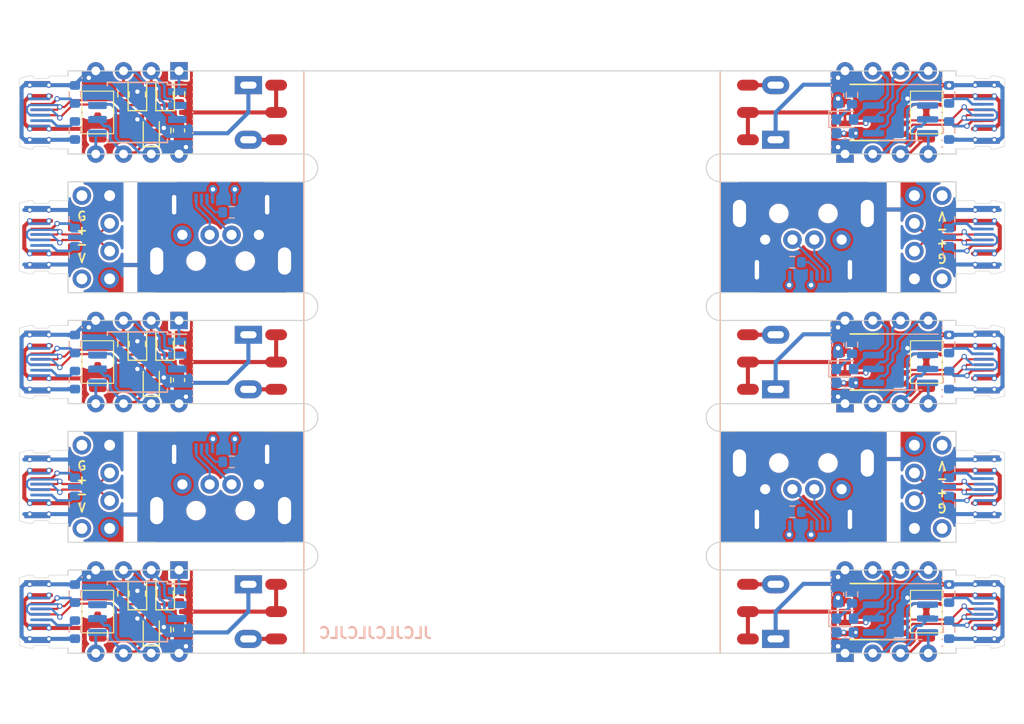
<source format=kicad_pcb>
(kicad_pcb (version 20221018) (generator pcbnew)
  (layers (0 "F.Cu" signal) (31 "B.Cu" signal) (34 "B.Paste" user) (35 "F.Paste" user) (36 "B.SilkS" user "B.Silkscreen") (37 "F.SilkS" user "F.Silkscreen") (38 "B.Mask" user) (39 "F.Mask" user) (44 "Edge.Cuts" user))
  (net 0 "")
  (footprint "LOGO" (layer "F.Cu") (at 127.305 100 180)
    (fp_text reference "G***" hide)
    (fp_text value "LOGO" hide)
  )
  (footprint "Package_DIP:DIP-8_W7.62mm_Socket" (layer "F.Cu") (at 69.52 96.19 -90)
    (fp_text reference "J2" hide)
    (fp_text value "OUT" hide)
  )
  (footprint "Library:sw" (layer "F.Cu") (at 121.59 122.86 180)
    (fp_text reference "SW2" hide)
    (fp_text value "SW_SPDT" hide)
  )
  (footprint "Capacitor_SMD:C_0603_1608Metric" (layer "F.Cu") (at 69.52 101.651 90)
    (fp_text reference "C1" hide)
    (fp_text value "4u7" hide)
  )
  (footprint "LOGO" (layer "F.Cu") (at 127.305 77.14 180)
    (fp_text reference "G***" hide)
    (fp_text value "LOGO" hide)
  )
  (footprint "Library:sw_push_smd" (layer "F.Cu") (at 62.08 77.14 90)
    (fp_text reference "SW1" hide)
    (fp_text value "SW_Push" hide)
  )
  (footprint "Library:sw_push_smd" (layer "F.Cu") (at 137.92 122.86 90)
    (fp_text reference "SW1" hide)
    (fp_text value "SW_Push" hide)
  )
  (footprint "LOGO" (layer "F.Cu") (at 64.821 101.397)
    (fp_text reference "G***" hide)
    (fp_text value "LOGO" hide)
  )
  (footprint "Package_SO:SSOP-10_3.9x4.9mm_P1.00mm" (layer "F.Cu") (at 133.02 77.14 180)
    (fp_text reference "U2" hide)
    (fp_text value "CH340K" hide)
  )
  (footprint "Resistor_SMD:R_0603_1608Metric" (layer "F.Cu") (at 69.52 121.209 -90)
    (fp_text reference "R4" hide)
    (fp_text value "1k5" hide)
  )
  (footprint "Library:sw" (layer "F.Cu") (at 121.59 100 180)
    (fp_text reference "SW2" hide)
    (fp_text value "SW_SPDT" hide)
  )
  (footprint "Connector_PinHeader_2.54mm:PinHeader_1x04_P2.54mm_Vertical" (layer "F.Cu") (at 136.83 92.38 180)
    (fp_text reference "REF**" hide)
    (fp_text value "PinHeader_1x04_P2.54mm_Vertical" hide)
  )
  (footprint "Library:USB-C" (layer "F.Cu") (at 59.36 88.57 180)
    (fp_text reference "J1" hide)
    (fp_text value "USB-C" hide)
    (fp_line (start 0 -3.345) (end 1.7 -3.345) (stroke (width 0.05)) (layer "Edge.Cuts"))
    (fp_line (start 0 3.345) (end 1.7 3.345) (stroke (width 0.05)) (layer "Edge.Cuts"))
    (fp_line (start 1.95 -3.095) (end 2.95 -3.095) (stroke (width 0.05)) (layer "Edge.Cuts"))
    (fp_line (start 1.95 3.095) (end 2.95 3.095) (stroke (width 0.05)) (layer "Edge.Cuts"))
    (fp_line (start 3.2 -3.345) (end 3.65 -3.345) (stroke (width 0.05)) (layer "Edge.Cuts"))
    (fp_line (start 3.2 3.345) (end 3.65 3.345) (stroke (width 0.05)) (layer "Edge.Cuts"))
    (fp_line (start 3.65 -3.345) (end 4.45 -3.095) (stroke (width 0.05)) (layer "Edge.Cuts"))
    (fp_line (start 3.65 3.345) (end 4.45 3.095) (stroke (width 0.05)) (layer "Edge.Cuts"))
    (fp_line (start 4.45 -3.095) (end 4.45 0) (stroke (width 0.05)) (layer "Edge.Cuts"))
    (fp_line (start 4.45 3.095) (end 4.45 0) (stroke (width 0.05)) (layer "Edge.Cuts"))
    (fp_arc (start 1.7 3.345) (mid 1.773223 3.168223) (end 1.95 3.095) (stroke (width 0.05)) (layer "Edge.Cuts"))
    (fp_arc (start 1.95 -3.095) (mid 1.773223 -3.168223) (end 1.7 -3.345) (stroke (width 0.05)) (layer "Edge.Cuts"))
    (fp_arc (start 2.95 3.095) (mid 3.126777 3.168223) (end 3.2 3.345) (stroke (width 0.05)) (layer "Edge.Cuts"))
    (fp_arc (start 3.2 -3.345) (mid 3.126777 -3.168223) (end 2.95 -3.095) (stroke (width 0.05)) (layer "Edge.Cuts"))
  )
  (footprint "Capacitor_SMD:C_0603_1608Metric" (layer "F.Cu") (at 69.52 78.791 90)
    (fp_text reference "C1" hide)
    (fp_text value "4u7" hide)
  )
  (footprint "Library:sw" (layer "F.Cu") (at 78.41 122.86)
    (fp_text reference "SW2" hide)
    (fp_text value "SW_SPDT" hide)
  )
  (footprint "Capacitor_SMD:C_0603_1608Metric" (layer "F.Cu") (at 69.52 124.511 90)
    (fp_text reference "C1" hide)
    (fp_text value "4u7" hide)
  )
  (footprint "LOGO" (layer "F.Cu") (at 72.695 77.14)
    (fp_text reference "G***" hide)
    (fp_text value "LOGO" hide)
  )
  (footprint "Package_DIP:DIP-8_W7.62mm_Socket" (layer "F.Cu") (at 69.52 73.33 -90)
    (fp_text reference "J2" hide)
    (fp_text value "OUT" hide)
  )
  (footprint "Library:sw" (layer "F.Cu") (at 121.59 77.14 180)
    (fp_text reference "SW2" hide)
    (fp_text value "SW_SPDT" hide)
  )
  (footprint "LOGO" (layer "F.Cu") (at 133.02 100 180)
    (fp_text reference "G***" hide)
    (fp_text value "LOGO" hide)
  )
  (footprint "Library:USB-C" (layer "F.Cu") (at 140.64 100)
    (fp_text reference "J1" hide)
    (fp_text value "USB-C" hide)
    (fp_line (start 0 -3.345) (end 1.7 -3.345) (stroke (width 0.05)) (layer "Edge.Cuts"))
    (fp_line (start 0 3.345) (end 1.7 3.345) (stroke (width 0.05)) (layer "Edge.Cuts"))
    (fp_line (start 1.95 -3.095) (end 2.95 -3.095) (stroke (width 0.05)) (layer "Edge.Cuts"))
    (fp_line (start 1.95 3.095) (end 2.95 3.095) (stroke (width 0.05)) (layer "Edge.Cuts"))
    (fp_line (start 3.2 -3.345) (end 3.65 -3.345) (stroke (width 0.05)) (layer "Edge.Cuts"))
    (fp_line (start 3.2 3.345) (end 3.65 3.345) (stroke (width 0.05)) (layer "Edge.Cuts"))
    (fp_line (start 3.65 -3.345) (end 4.45 -3.095) (stroke (width 0.05)) (layer "Edge.Cuts"))
    (fp_line (start 3.65 3.345) (end 4.45 3.095) (stroke (width 0.05)) (layer "Edge.Cuts"))
    (fp_line (start 4.45 -3.095) (end 4.45 0) (stroke (width 0.05)) (layer "Edge.Cuts"))
    (fp_line (start 4.45 3.095) (end 4.45 0) (stroke (width 0.05)) (layer "Edge.Cuts"))
    (fp_arc (start 1.7 3.345) (mid 1.773223 3.168223) (end 1.95 3.095) (stroke (width 0.05)) (layer "Edge.Cuts"))
    (fp_arc (start 1.95 -3.095) (mid 1.773223 -3.168223) (end 1.7 -3.345) (stroke (width 0.05)) (layer "Edge.Cuts"))
    (fp_arc (start 2.95 3.095) (mid 3.126777 3.168223) (end 3.2 3.345) (stroke (width 0.05)) (layer "Edge.Cuts"))
    (fp_arc (start 3.2 -3.345) (mid 3.126777 -3.168223) (end 2.95 -3.095) (stroke (width 0.05)) (layer "Edge.Cuts"))
  )
  (footprint "Resistor_SMD:R_0603_1608Metric" (layer "F.Cu") (at 68.25 78.791 90)
    (fp_text reference "R1" hide)
    (fp_text value "10k" hide)
  )
  (footprint "Library:USB-C" (layer "F.Cu") (at 59.36 111.43 180)
    (fp_text reference "J1" hide)
    (fp_text value "USB-C" hide)
    (fp_line (start 0 -3.345) (end 1.7 -3.345) (stroke (width 0.05)) (layer "Edge.Cuts"))
    (fp_line (start 0 3.345) (end 1.7 3.345) (stroke (width 0.05)) (layer "Edge.Cuts"))
    (fp_line (start 1.95 -3.095) (end 2.95 -3.095) (stroke (width 0.05)) (layer "Edge.Cuts"))
    (fp_line (start 1.95 3.095) (end 2.95 3.095) (stroke (width 0.05)) (layer "Edge.Cuts"))
    (fp_line (start 3.2 -3.345) (end 3.65 -3.345) (stroke (width 0.05)) (layer "Edge.Cuts"))
    (fp_line (start 3.2 3.345) (end 3.65 3.345) (stroke (width 0.05)) (layer "Edge.Cuts"))
    (fp_line (start 3.65 -3.345) (end 4.45 -3.095) (stroke (width 0.05)) (layer "Edge.Cuts"))
    (fp_line (start 3.65 3.345) (end 4.45 3.095) (stroke (width 0.05)) (layer "Edge.Cuts"))
    (fp_line (start 4.45 -3.095) (end 4.45 0) (stroke (width 0.05)) (layer "Edge.Cuts"))
    (fp_line (start 4.45 3.095) (end 4.45 0) (stroke (width 0.05)) (layer "Edge.Cuts"))
    (fp_arc (start 1.7 3.345) (mid 1.773223 3.168223) (end 1.95 3.095) (stroke (width 0.05)) (layer "Edge.Cuts"))
    (fp_arc (start 1.95 -3.095) (mid 1.773223 -3.168223) (end 1.7 -3.345) (stroke (width 0.05)) (layer "Edge.Cuts"))
    (fp_arc (start 2.95 3.095) (mid 3.126777 3.168223) (end 3.2 3.345) (stroke (width 0.05)) (layer "Edge.Cuts"))
    (fp_arc (start 3.2 -3.345) (mid 3.126777 -3.168223) (end 2.95 -3.095) (stroke (width 0.05)) (layer "Edge.Cuts"))
  )
  (footprint "Package_DIP:DIP-8_W7.62mm_Socket" (layer "F.Cu") (at 69.52 119.05 -90)
    (fp_text reference "J2" hide)
    (fp_text value "OUT" hide)
  )
  (footprint "LOGO" (layer "F.Cu") (at 72.695 100)
    (fp_text reference "G***" hide)
    (fp_text value "LOGO" hide)
  )
  (footprint "Library:USB-C" (layer "F.Cu") (at 59.36 122.86 180)
    (fp_text reference "J1" hide)
    (fp_text value "USB-C" hide)
    (fp_line (start 0 -3.345) (end 1.7 -3.345) (stroke (width 0.05)) (layer "Edge.Cuts"))
    (fp_line (start 0 3.345) (end 1.7 3.345) (stroke (width 0.05)) (layer "Edge.Cuts"))
    (fp_line (start 1.95 -3.095) (end 2.95 -3.095) (stroke (width 0.05)) (layer "Edge.Cuts"))
    (fp_line (start 1.95 3.095) (end 2.95 3.095) (stroke (width 0.05)) (layer "Edge.Cuts"))
    (fp_line (start 3.2 -3.345) (end 3.65 -3.345) (stroke (width 0.05)) (layer "Edge.Cuts"))
    (fp_line (start 3.2 3.345) (end 3.65 3.345) (stroke (width 0.05)) (layer "Edge.Cuts"))
    (fp_line (start 3.65 -3.345) (end 4.45 -3.095) (stroke (width 0.05)) (layer "Edge.Cuts"))
    (fp_line (start 3.65 3.345) (end 4.45 3.095) (stroke (width 0.05)) (layer "Edge.Cuts"))
    (fp_line (start 4.45 -3.095) (end 4.45 0) (stroke (width 0.05)) (layer "Edge.Cuts"))
    (fp_line (start 4.45 3.095) (end 4.45 0) (stroke (width 0.05)) (layer "Edge.Cuts"))
    (fp_arc (start 1.7 3.345) (mid 1.773223 3.168223) (end 1.95 3.095) (stroke (width 0.05)) (layer "Edge.Cuts"))
    (fp_arc (start 1.95 -3.095) (mid 1.773223 -3.168223) (end 1.7 -3.345) (stroke (width 0.05)) (layer "Edge.Cuts"))
    (fp_arc (start 2.95 3.095) (mid 3.126777 3.168223) (end 3.2 3.345) (stroke (width 0.05)) (layer "Edge.Cuts"))
    (fp_arc (start 3.2 -3.345) (mid 3.126777 -3.168223) (end 2.95 -3.095) (stroke (width 0.05)) (layer "Edge.Cuts"))
  )
  (footprint "LOGO" (layer "F.Cu") (at 64.821 124.257)
    (fp_text reference "G***" hide)
    (fp_text value "LOGO" hide)
  )
  (footprint "Library:sw_push_smd" (layer "F.Cu") (at 62.08 100 90)
    (fp_text reference "SW1" hide)
    (fp_text value "SW_Push" hide)
  )
  (footprint "Library:edlc" (layer "F.Cu") (at 124.13 77.14)
    (fp_text reference "C2" hide)
    (fp_text value "1F5" hide)
  )
  (footprint "Connector_PinHeader_2.54mm:PinHeader_1x01_P2.54mm_Vertical" (layer "F.Cu") (at 60.63 84.76)
    (fp_text reference "REF**" hide)
    (fp_text value "PinHeader_1x01_P2.54mm_Vertical" hide)
  )
  (footprint "Library:edlc" (layer "F.Cu") (at 124.13 122.86)
    (fp_text reference "C2" hide)
    (fp_text value "1F5" hide)
  )
  (footprint "Package_DIP:DIP-8_W7.62mm_Socket" (layer "F.Cu") (at 130.48 80.95 90)
    (fp_text reference "J2" hide)
    (fp_text value "OUT" hide)
  )
  (footprint "Library:USB-C" (layer "F.Cu") (at 59.36 100 180)
    (fp_text reference "J1" hide)
    (fp_text value "USB-C" hide)
    (fp_line (start 0 -3.345) (end 1.7 -3.345) (stroke (width 0.05)) (layer "Edge.Cuts"))
    (fp_line (start 0 3.345) (end 1.7 3.345) (stroke (width 0.05)) (layer "Edge.Cuts"))
    (fp_line (start 1.95 -3.095) (end 2.95 -3.095) (stroke (width 0.05)) (layer "Edge.Cuts"))
    (fp_line (start 1.95 3.095) (end 2.95 3.095) (stroke (width 0.05)) (layer "Edge.Cuts"))
    (fp_line (start 3.2 -3.345) (end 3.65 -3.345) (stroke (width 0.05)) (layer "Edge.Cuts"))
    (fp_line (start 3.2 3.345) (end 3.65 3.345) (stroke (width 0.05)) (layer "Edge.Cuts"))
    (fp_line (start 3.65 -3.345) (end 4.45 -3.095) (stroke (width 0.05)) (layer "Edge.Cuts"))
    (fp_line (start 3.65 3.345) (end 4.45 3.095) (stroke (width 0.05)) (layer "Edge.Cuts"))
    (fp_line (start 4.45 -3.095) (end 4.45 0) (stroke (width 0.05)) (layer "Edge.Cuts"))
    (fp_line (start 4.45 3.095) (end 4.45 0) (stroke (width 0.05)) (layer "Edge.Cuts"))
    (fp_arc (start 1.7 3.345) (mid 1.773223 3.168223) (end 1.95 3.095) (stroke (width 0.05)) (layer "Edge.Cuts"))
    (fp_arc (start 1.95 -3.095) (mid 1.773223 -3.168223) (end 1.7 -3.345) (stroke (width 0.05)) (layer "Edge.Cuts"))
    (fp_arc (start 2.95 3.095) (mid 3.126777 3.168223) (end 3.2 3.345) (stroke (width 0.05)) (layer "Edge.Cuts"))
    (fp_arc (start 3.2 -3.345) (mid 3.126777 -3.168223) (end 2.95 -3.095) (stroke (width 0.05)) (layer "Edge.Cuts"))
  )
  (footprint "Package_SO:SSOP-10_3.9x4.9mm_P1.00mm" (layer "F.Cu") (at 133.02 100 180)
    (fp_text reference "U2" hide)
    (fp_text value "CH340K" hide)
  )
  (footprint "Diode_SMD:D_SOD-323F" (layer "F.Cu") (at 68.25 75.364 90)
    (fp_text reference "D3" hide)
    (fp_text value "3.6" hide)
  )
  (footprint "Package_DIP:DIP-8_W7.62mm_Socket" (layer "F.Cu") (at 130.48 103.81 90)
    (fp_text reference "J2" hide)
    (fp_text value "OUT" hide)
  )
  (footprint "Connector_PinHeader_2.54mm:PinHeader_1x04_P2.54mm_Vertical" (layer "F.Cu") (at 63.17 84.76)
    (fp_text reference "REF**" hide)
    (fp_text value "PinHeader_1x04_P2.54mm_Vertical" hide)
  )
  (footprint "Library:USB-C" (layer "F.Cu") (at 140.64 122.86)
    (fp_text reference "J1" hide)
    (fp_text value "USB-C" hide)
    (fp_line (start 0 -3.345) (end 1.7 -3.345) (stroke (width 0.05)) (layer "Edge.Cuts"))
    (fp_line (start 0 3.345) (end 1.7 3.345) (stroke (width 0.05)) (layer "Edge.Cuts"))
    (fp_line (start 1.95 -3.095) (end 2.95 -3.095) (stroke (width 0.05)) (layer "Edge.Cuts"))
    (fp_line (start 1.95 3.095) (end 2.95 3.095) (stroke (width 0.05)) (layer "Edge.Cuts"))
    (fp_line (start 3.2 -3.345) (end 3.65 -3.345) (stroke (width 0.05)) (layer "Edge.Cuts"))
    (fp_line (start 3.2 3.345) (end 3.65 3.345) (stroke (width 0.05)) (layer "Edge.Cuts"))
    (fp_line (start 3.65 -3.345) (end 4.45 -3.095) (stroke (width 0.05)) (layer "Edge.Cuts"))
    (fp_line (start 3.65 3.345) (end 4.45 3.095) (stroke (width 0.05)) (layer "Edge.Cuts"))
    (fp_line (start 4.45 -3.095) (end 4.45 0) (stroke (width 0.05)) (layer "Edge.Cuts"))
    (fp_line (start 4.45 3.095) (end 4.45 0) (stroke (width 0.05)) (layer "Edge.Cuts"))
    (fp_arc (start 1.7 3.345) (mid 1.773223 3.168223) (end 1.95 3.095) (stroke (width 0.05)) (layer "Edge.Cuts"))
    (fp_arc (start 1.95 -3.095) (mid 1.773223 -3.168223) (end 1.7 -3.345) (stroke (width 0.05)) (layer "Edge.Cuts"))
    (fp_arc (start 2.95 3.095) (mid 3.126777 3.168223) (end 3.2 3.345) (stroke (width 0.05)) (layer "Edge.Cuts"))
    (fp_arc (start 3.2 -3.345) (mid 3.126777 -3.168223) (end 2.95 -3.095) (stroke (width 0.05)) (layer "Edge.Cuts"))
  )
  (footprint "Connector_PinHeader_2.54mm:PinHeader_1x01_P2.54mm_Vertical" (layer "F.Cu") (at 60.63 115.24)
    (fp_text reference "REF**" hide)
    (fp_text value "PinHeader_1x01_P2.54mm_Vertical" hide)
  )
  (footprint "Package_SO:SSOP-10_3.9x4.9mm_P1.00mm" (layer "F.Cu") (at 133.02 122.86 180)
    (fp_text reference "U2" hide)
    (fp_text value "CH340K" hide)
  )
  (footprint "Library:edlc" (layer "F.Cu") (at 124.13 100)
    (fp_text reference "C2" hide)
    (fp_text value "1F5" hide)
  )
  (footprint "Resistor_SMD:R_0603_1608Metric" (layer "F.Cu") (at 64.44 75.489 90)
    (fp_text reference "R3" hide)
    (fp_text value "100" hide)
  )
  (footprint "Connector_PinHeader_2.54mm:PinHeader_1x01_P2.54mm_Vertical" (layer "F.Cu") (at 60.63 92.38)
    (fp_text reference "REF**" hide)
    (fp_text value "PinHeader_1x01_P2.54mm_Vertical" hide)
  )
  (footprint "LOGO" (layer "F.Cu") (at 100 94.92)
    (fp_text reference "G***" hide)
    (fp_text value "LOGO" hide)
  )
  (footprint "Resistor_SMD:R_0603_1608Metric" (layer "F.Cu") (at 66.98 98.349 -90)
    (fp_text reference "R2" hide)
    (fp_text value "100" hide)
  )
  (footprint "Library:USB-C" (layer "F.Cu") (at 59.36 77.14 180)
    (fp_text reference "J1" hide)
    (fp_text value "USB-C" hide)
    (fp_line (start 0 -3.345) (end 1.7 -3.345) (stroke (width 0.05)) (layer "Edge.Cuts"))
    (fp_line (start 0 3.345) (end 1.7 3.345) (stroke (width 0.05)) (layer "Edge.Cuts"))
    (fp_line (start 1.95 -3.095) (end 2.95 -3.095) (stroke (width 0.05)) (layer "Edge.Cuts"))
    (fp_line (start 1.95 3.095) (end 2.95 3.095) (stroke (width 0.05)) (layer "Edge.Cuts"))
    (fp_line (start 3.2 -3.345) (end 3.65 -3.345) (stroke (width 0.05)) (layer "Edge.Cuts"))
    (fp_line (start 3.2 3.345) (end 3.65 3.345) (stroke (width 0.05)) (layer "Edge.Cuts"))
    (fp_line (start 3.65 -3.345) (end 4.45 -3.095) (stroke (width 0.05)) (layer "Edge.Cuts"))
    (fp_line (start 3.65 3.345) (end 4.45 3.095) (stroke (width 0.05)) (layer "Edge.Cuts"))
    (fp_line (start 4.45 -3.095) (end 4.45 0) (stroke (width 0.05)) (layer "Edge.Cuts"))
    (fp_line (start 4.45 3.095) (end 4.45 0) (stroke (width 0.05)) (layer "Edge.Cuts"))
    (fp_arc (start 1.7 3.345) (mid 1.773223 3.168223) (end 1.95 3.095) (stroke (width 0.05)) (layer "Edge.Cuts"))
    (fp_arc (start 1.95 -3.095) (mid 1.773223 -3.168223) (end 1.7 -3.345) (stroke (width 0.05)) (layer "Edge.Cuts"))
    (fp_arc (start 2.95 3.095) (mid 3.126777 3.168223) (end 3.2 3.345) (stroke (width 0.05)) (layer "Edge.Cuts"))
    (fp_arc (start 3.2 -3.345) (mid 3.126777 -3.168223) (end 2.95 -3.095) (stroke (width 0.05)) (layer "Edge.Cuts"))
  )
  (footprint "Library:sw_push_smd" (layer "F.Cu") (at 137.92 77.14 90)
    (fp_text reference "SW1" hide)
    (fp_text value "SW_Push" hide)
  )
  (footprint "Connector_PinHeader_2.54mm:PinHeader_1x01_P2.54mm_Vertical" (layer "F.Cu") (at 139.37 107.62 180)
    (fp_text reference "REF**" hide)
    (fp_text value "PinHeader_1x01_P2.54mm_Vertical" hide)
  )
  (footprint "Resistor_SMD:R_0603_1608Metric" (layer "F.Cu") (at 64.44 121.209 90)
    (fp_text reference "R3" hide)
    (fp_text value "100" hide)
  )
  (footprint "Library:sw" (layer "F.Cu") (at 78.41 100)
    (fp_text reference "SW2" hide)
    (fp_text value "SW_SPDT" hide)
  )
  (footprint "LED_SMD:LED_0603_1608Metric" (layer "F.Cu") (at 66.98 78.791 90)
    (fp_text reference "D1" hide)
    (fp_text value "LED" hide)
  )
  (footprint "LOGO" (layer "F.Cu") (at 133.02 122.86 180)
    (fp_text reference "G***" hide)
    (fp_text value "LOGO" hide)
  )
  (footprint "LOGO" (layer "F.Cu") (at 127.305 122.86 180)
    (fp_text reference "G***" hide)
    (fp_text value "LOGO" hide)
  )
  (footprint "Connector_PinHeader_2.54mm:PinHeader_1x04_P2.54mm_Vertical" (layer "F.Cu") (at 136.83 115.24 180)
    (fp_text reference "REF**" hide)
    (fp_text value "PinHeader_1x04_P2.54mm_Vertical" hide)
  )
  (footprint "Library:edlc" (layer "F.Cu") (at 75.87 77.14 180)
    (fp_text reference "C2" hide)
    (fp_text value "1F5" hide)
  )
  (footprint "Package_DIP:DIP-8_W7.62mm_Socket" (layer "F.Cu") (at 130.48 126.67 90)
    (fp_text reference "J2" hide)
    (fp_text value "OUT" hide)
  )
  (footprint "LOGO" (layer "F.Cu") (at 133.02 77.14 180)
    (fp_text reference "G***" hide)
    (fp_text value "LOGO" hide)
  )
  (footprint "Library:edlc" (layer "F.Cu") (at 75.87 100 180)
    (fp_text reference "C2" hide)
    (fp_text value "1F5" hide)
  )
  (footprint "Library:USB-C" (layer "F.Cu") (at 140.64 111.43)
    (fp_text reference "J1" hide)
    (fp_text value "USB-C" hide)
    (fp_line (start 0 -3.345) (end 1.7 -3.345) (stroke (width 0.05)) (layer "Edge.Cuts"))
    (fp_line (start 0 3.345) (end 1.7 3.345) (stroke (width 0.05)) (layer "Edge.Cuts"))
    (fp_line (start 1.95 -3.095) (end 2.95 -3.095) (stroke (width 0.05)) (layer "Edge.Cuts"))
    (fp_line (start 1.95 3.095) (end 2.95 3.095) (stroke (width 0.05)) (layer "Edge.Cuts"))
    (fp_line (start 3.2 -3.345) (end 3.65 -3.345) (stroke (width 0.05)) (layer "Edge.Cuts"))
    (fp_line (start 3.2 3.345) (end 3.65 3.345) (stroke (width 0.05)) (layer "Edge.Cuts"))
    (fp_line (start 3.65 -3.345) (end 4.45 -3.095) (stroke (width 0.05)) (layer "Edge.Cuts"))
    (fp_line (start 3.65 3.345) (end 4.45 3.095) (stroke (width 0.05)) (layer "Edge.Cuts"))
    (fp_line (start 4.45 -3.095) (end 4.45 0) (stroke (width 0.05)) (layer "Edge.Cuts"))
    (fp_line (start 4.45 3.095) (end 4.45 0) (stroke (width 0.05)) (layer "Edge.Cuts"))
    (fp_arc (start 1.7 3.345) (mid 1.773223 3.168223) (end 1.95 3.095) (stroke (width 0.05)) (layer "Edge.Cuts"))
    (fp_arc (start 1.95 -3.095) (mid 1.773223 -3.168223) (end 1.7 -3.345) (stroke (width 0.05)) (layer "Edge.Cuts"))
    (fp_arc (start 2.95 3.095) (mid 3.126777 3.168223) (end 3.2 3.345) (stroke (width 0.05)) (layer "Edge.Cuts"))
    (fp_arc (start 3.2 -3.345) (mid 3.126777 -3.168223) (end 2.95 -3.095) (stroke (width 0.05)) (layer "Edge.Cuts"))
  )
  (footprint "Library:sw_push_smd" (layer "F.Cu") (at 62.08 122.86 90)
    (fp_text reference "SW1" hide)
    (fp_text value "SW_Push" hide)
  )
  (footprint "Library:edlc" (layer "F.Cu") (at 75.87 122.86 180)
    (fp_text reference "C2" hide)
    (fp_text value "1F5" hide)
  )
  (footprint "LOGO" (layer "F.Cu") (at 72.695 122.86)
    (fp_text reference "G***" hide)
    (fp_text value "LOGO" hide)
  )
  (footprint "Resistor_SMD:R_0603_1608Metric" (layer "F.Cu") (at 69.52 98.349 -90)
    (fp_text reference "R4" hide)
    (fp_text value "1k5" hide)
  )
  (footprint "Library:USB-C" (layer "F.Cu") (at 140.64 88.57)
    (fp_text reference "J1" hide)
    (fp_text value "USB-C" hide)
    (fp_line (start 0 -3.345) (end 1.7 -3.345) (stroke (width 0.05)) (layer "Edge.Cuts"))
    (fp_line (start 0 3.345) (end 1.7 3.345) (stroke (width 0.05)) (layer "Edge.Cuts"))
    (fp_line (start 1.95 -3.095) (end 2.95 -3.095) (stroke (width 0.05)) (layer "Edge.Cuts"))
    (fp_line (start 1.95 3.095) (end 2.95 3.095) (stroke (width 0.05)) (layer "Edge.Cuts"))
    (fp_line (start 3.2 -3.345) (end 3.65 -3.345) (stroke (width 0.05)) (layer "Edge.Cuts"))
    (fp_line (start 3.2 3.345) (end 3.65 3.345) (stroke (width 0.05)) (layer "Edge.Cuts"))
    (fp_line (start 3.65 -3.345) (end 4.45 -3.095) (stroke (width 0.05)) (layer "Edge.Cuts"))
    (fp_line (start 3.65 3.345) (end 4.45 3.095) (stroke (width 0.05)) (layer "Edge.Cuts"))
    (fp_line (start 4.45 -3.095) (end 4.45 0) (stroke (width 0.05)) (layer "Edge.Cuts"))
    (fp_line (start 4.45 3.095) (end 4.45 0) (stroke (width 0.05)) (layer "Edge.Cuts"))
    (fp_arc (start 1.7 3.345) (mid 1.773223 3.168223) (end 1.95 3.095) (stroke (width 0.05)) (layer "Edge.Cuts"))
    (fp_arc (start 1.95 -3.095) (mid 1.773223 -3.168223) (end 1.7 -3.345) (stroke (width 0.05)) (layer "Edge.Cuts"))
    (fp_arc (start 2.95 3.095) (mid 3.126777 3.168223) (end 3.2 3.345) (stroke (width 0.05)) (layer "Edge.Cuts"))
    (fp_arc (start 3.2 -3.345) (mid 3.126777 -3.168223) (end 2.95 -3.095) (stroke (width 0.05)) (layer "Edge.Cuts"))
  )
  (footprint "LED_SMD:LED_0603_1608Metric" (layer "F.Cu") (at 66.98 124.511 90)
    (fp_text reference "D1" hide)
    (fp_text value "LED" hide)
  )
  (footprint "Connector_PinHeader_2.54mm:PinHeader_1x01_P2.54mm_Vertical" (layer "F.Cu") (at 139.37 84.76 180)
    (fp_text reference "REF**" hide)
    (fp_text value "PinHeader_1x01_P2.54mm_Vertical" hide)
  )
  (footprint "Connector_PinHeader_2.54mm:PinHeader_1x04_P2.54mm_Vertical" (layer "F.Cu") (at 63.17 107.62)
    (fp_text reference "REF**" hide)
    (fp_text value "PinHeader_1x04_P2.54mm_Vertical" hide)
  )
  (footprint "Connector_PinHeader_2.54mm:PinHeader_1x01_P2.54mm_Vertical" (layer "F.Cu") (at 139.369999 115.24 180)
    (fp_text reference "REF**" hide)
    (fp_text value "PinHeader_1x01_P2.54mm_Vertical" hide)
  )
  (footprint "Diode_SMD:D_SOD-323F" (layer "F.Cu") (at 65.71 75.364 90)
    (fp_text reference "D2" hide)
    (fp_text value "3.6" hide)
  )
  (footprint "Diode_SMD:D_SOD-323F" (layer "F.Cu") (at 68.25 121.084 90)
    (fp_text reference "D3" hide)
    (fp_text value "3.6" hide)
  )
  (footprint "Resistor_SMD:R_0603_1608Metric" (layer "F.Cu") (at 68.25 101.651 90)
    (fp_text reference "R1" hide)
    (fp_text value "10k" hide)
  )
  (footprint "Diode_SMD:D_SOD-323F" (layer "F.Cu") (at 65.71 121.084 90)
    (fp_text reference "D2" hide)
    (fp_text value "3.6" hide)
  )
  (footprint "Connector_PinHeader_2.54mm:PinHeader_1x01_P2.54mm_Vertical" (layer "F.Cu") (at 60.63 107.62)
    (fp_text reference "REF**" hide)
    (fp_text value "PinHeader_1x01_P2.54mm_Vertical" hide)
  )
  (footprint "Resistor_SMD:R_0603_1608Metric" (layer "F.Cu") (at 68.25 124.511 90)
    (fp_text reference "R1" hide)
    (fp_text value "10k" hide)
  )
  (footprint "LOGO" (layer "F.Cu") (at 64.821 78.537)
    (fp_text reference "G***" hide)
    (fp_text value "LOGO" hide)
  )
  (footprint "Resistor_SMD:R_0603_1608Metric" (layer "F.Cu") (at 66.98 75.489 -90)
    (fp_text reference "R2" hide)
    (fp_text value "100" hide)
  )
  (footprint "Diode_SMD:D_SOD-323F" (layer "F.Cu") (at 68.25 98.224 90)
    (fp_text reference "D3" hide)
    (fp_text value "3.6" hide)
  )
  (footprint "Library:USB-C" (layer "F.Cu") (at 140.64 77.14)
    (fp_text reference "J1" hide)
    (fp_text value "USB-C" hide)
    (fp_line (start 0 -3.345) (end 1.7 -3.345) (stroke (width 0.05)) (layer "Edge.Cuts"))
    (fp_line (start 0 3.345) (end 1.7 3.345) (stroke (width 0.05)) (layer "Edge.Cuts"))
    (fp_line (start 1.95 -3.095) (end 2.95 -3.095) (stroke (width 0.05)) (layer "Edge.Cuts"))
    (fp_line (start 1.95 3.095) (end 2.95 3.095) (stroke (width 0.05)) (layer "Edge.Cuts"))
    (fp_line (start 3.2 -3.345) (end 3.65 -3.345) (stroke (width 0.05)) (layer "Edge.Cuts"))
    (fp_line (start 3.2 3.345) (end 3.65 3.345) (stroke (width 0.05)) (layer "Edge.Cuts"))
    (fp_line (start 3.65 -3.345) (end 4.45 -3.095) (stroke (width 0.05)) (layer "Edge.Cuts"))
    (fp_line (start 3.65 3.345) (end 4.45 3.095) (stroke (width 0.05)) (layer "Edge.Cuts"))
    (fp_line (start 4.45 -3.095) (end 4.45 0) (stroke (width 0.05)) (layer "Edge.Cuts"))
    (fp_line (start 4.45 3.095) (end 4.45 0) (stroke (width 0.05)) (layer "Edge.Cuts"))
    (fp_arc (start 1.7 3.345) (mid 1.773223 3.168223) (end 1.95 3.095) (stroke (width 0.05)) (layer "Edge.Cuts"))
    (fp_arc (start 1.95 -3.095) (mid 1.773223 -3.168223) (end 1.7 -3.345) (stroke (width 0.05)) (layer "Edge.Cuts"))
    (fp_arc (start 2.95 3.095) (mid 3.126777 3.168223) (end 3.2 3.345) (stroke (width 0.05)) (layer "Edge.Cuts"))
    (fp_arc (start 3.2 -3.345) (mid 3.126777 -3.168223) (end 2.95 -3.095) (stroke (width 0.05)) (layer "Edge.Cuts"))
  )
  (footprint "Library:sw" (layer "F.Cu") (at 78.41 77.14)
    (fp_text reference "SW2" hide)
    (fp_text value "SW_SPDT" hide)
  )
  (footprint "Resistor_SMD:R_0603_1608Metric" (layer "F.Cu") (at 64.44 98.349 90)
    (fp_text reference "R3" hide)
    (fp_text value "100" hide)
  )
  (footprint "Library:sw_push_smd" (layer "F.Cu") (at 137.92 100 90)
    (fp_text reference "SW1" hide)
    (fp_text value "SW_Push" hide)
  )
  (footprint "Resistor_SMD:R_0603_1608Metric" (layer "F.Cu") (at 69.52 75.489 -90)
    (fp_text reference "R4" hide)
    (fp_text value "1k5" hide)
  )
  (footprint "Connector_PinHeader_2.54mm:PinHeader_1x01_P2.54mm_Vertical" (layer "F.Cu") (at 139.369999 92.38 180)
    (fp_text reference "REF**" hide)
    (fp_text value "PinHeader_1x01_P2.54mm_Vertical" hide)
  )
  (footprint "LED_SMD:LED_0603_1608Metric" (layer "F.Cu") (at 66.98 101.651 90)
    (fp_text reference "D1" hide)
    (fp_text value "LED" hide)
  )
  (footprint "Diode_SMD:D_SOD-323F" (layer "F.Cu") (at 65.71 98.224 90)
    (fp_text reference "D2" hide)
    (fp_text value "3.6" hide)
  )
  (footprint "Resistor_SMD:R_0603_1608Metric" (layer "F.Cu") (at 66.98 121.209 -90)
    (fp_text reference "R2" hide)
    (fp_text value "100" hide)
  )
  (footprint "Capacitor_SMD:C_0603_1608Metric" (layer "B.Cu") (at 130.48 101.905)
    (fp_text reference "C3" hide)
    (fp_text value "0u1" hide)
  )
  (footprint "Resistor_SMD:R_0603_1608Metric" (layer "B.Cu") (at 140.005 113.081 -90)
    (fp_text reference "R5" hide)
    (fp_text value "5k1" hide)
  )
  (footprint "Package_SO:SOIC-8_3.9x4.9mm_P1.27mm" (layer "B.Cu") (at 135.56 122.86 180)
    (fp_text reference "U1" hide)
    (fp_text value "ATtiny202-SS" hide)
  )
  (footprint "Package_SO:SOIC-8W_5.3x5.3mm_P1.27mm" (layer "B.Cu") (at 65.71 77.14 180)
    (fp_text reference "U1" hide)
    (fp_text value "ATtiny85-20S" hide)
  )
  (footprint "Resistor_SMD:R_0603_1608Metric" (layer "B.Cu") (at 59.995 101.651 -90)
    (fp_text reference "R6" hide)
    (fp_text value "5k1" hide)
  )
  (footprint "Capacitor_SMD:C_0603_1608Metric" (layer "B.Cu") (at 129.845 121.2725 90)
    (fp_text reference "C1" hide)
    (fp_text value "4u7" hide)
  )
  (footprint "Package_SO:SOIC-8W_5.3x5.3mm_P1.27mm" (layer "B.Cu") (at 65.71 122.86 180)
    (fp_text reference "U1" hide)
    (fp_text value "ATtiny85-20S" hide)
  )
  (footprint "Resistor_SMD:R_0603_1608Metric" (layer "B.Cu") (at 59.995 75.489 90)
    (fp_text reference "R5" hide)
    (fp_text value "5k1" hide)
  )
  (footprint "Capacitor_SMD:C_0603_1608Metric" (layer "B.Cu") (at 129.845 98.4125 90)
    (fp_text reference "C1" hide)
    (fp_text value "4u7" hide)
  )
  (footprint "Resistor_SMD:R_0603_1608Metric" (layer "B.Cu") (at 131.115 75.5525 90)
    (fp_text reference "R1" hide)
    (fp_text value "10k" hide)
  )
  (footprint "Package_SO:SOIC-8_3.9x4.9mm_P1.27mm" (layer "B.Cu") (at 135.56 77.14 180)
    (fp_text reference "U1" hide)
    (fp_text value "ATtiny202-SS" hide)
  )
  (footprint "Resistor_SMD:R_0603_1608Metric" (layer "B.Cu") (at 59.995 78.791 -90)
    (fp_text reference "R6" hide)
    (fp_text value "5k1" hide)
  )
  (footprint "Resistor_SMD:R_0603_1608Metric" (layer "B.Cu") (at 125.654 90.856001)
    (fp_text reference "REF**" hide)
    (fp_text value "R_0603_1608Metric" hide)
  )
  (footprint "Resistor_SMD:R_0603_1608Metric" (layer "B.Cu") (at 74.346 109.143999 180)
    (fp_text reference "REF**" hide)
    (fp_text value "R_0603_1608Metric" hide)
  )
  (footprint "Resistor_SMD:R_0603_1608Metric" (layer "B.Cu") (at 59.995 98.349 90)
    (fp_text reference "R5" hide)
    (fp_text value "5k1" hide)
  )
  (footprint "Resistor_SMD:R_0603_1608Metric" (layer "B.Cu") (at 140.005 121.209 90)
    (fp_text reference "R6" hide)
    (fp_text value "5k1" hide)
  )
  (footprint "Resistor_SMD:R_0603_1608Metric" (layer "B.Cu") (at 140.005 75.489 90)
    (fp_text reference "R6" hide)
    (fp_text value "5k1" hide)
  )
  (footprint "Library:USB_A_PLUG_USB-4AM103AS" (layer "B.Cu") (at 126.67 106.350001)
    (fp_text reference "REF**" hide)
    (fp_text value "USB_A_PLUG_USB-4AM103AS" hide)
    (fp_line (start -6 0) (end 6 0) (stroke (width 0.05)) (layer "Edge.Cuts"))
  )
  (footprint "Library:USB_C_PLUG_00402-UCAM002-X" (layer "B.Cu") (at 73.33 106.350001)
    (fp_text reference "REF**" hide)
    (fp_text value "USB_C_PLUG_00402-UCAM002-X" hide)
    (fp_line (start -4.05 0) (end 4.05 0) (stroke (width 0.05)) (layer "Edge.Cuts"))
  )
  (footprint "Resistor_SMD:R_0603_1608Metric" (layer "B.Cu") (at 59.995 124.511 -90)
    (fp_text reference "R6" hide)
    (fp_text value "5k1" hide)
  )
  (footprint "Resistor_SMD:R_0603_1608Metric" (layer "B.Cu") (at 140.005 86.919 90)
    (fp_text reference "R6" hide)
    (fp_text value "5k1" hide)
  )
  (footprint "Resistor_SMD:R_0603_1608Metric" (layer "B.Cu") (at 59.995 109.779 90)
    (fp_text reference "R5" hide)
    (fp_text value "5k1" hide)
  )
  (footprint "Resistor_SMD:R_0603_1608Metric" (layer "B.Cu") (at 140.004999 101.651 -90)
    (fp_text reference "R5" hide)
    (fp_text value "5k1" hide)
  )
  (footprint "Capacitor_SMD:C_0603_1608Metric" (layer "B.Cu") (at 130.48 124.765)
    (fp_text reference "C3" hide)
    (fp_text value "0u1" hide)
  )
  (footprint "Library:USB_C_PLUG_00402-UCAM002-X" (layer "B.Cu") (at 126.67 116.509999 180)
    (fp_text reference "REF**" hide)
    (fp_text value "USB_C_PLUG_00402-UCAM002-X" hide)
    (fp_line (start -4.05 0) (end 4.05 0) (stroke (width 0.05)) (layer "Edge.Cuts"))
  )
  (footprint "Resistor_SMD:R_0603_1608Metric" (layer "B.Cu") (at 131.115 121.2725 90)
    (fp_text reference "R1" hide)
    (fp_text value "10k" hide)
  )
  (footprint "LED_SMD:LED_0603_1608Metric" (layer "B.Cu") (at 130.48 123.495)
    (fp_text reference "D1" hide)
    (fp_text value "LED" hide)
  )
  (footprint "LED_SMD:LED_0603_1608Metric" (layer "B.Cu") (at 130.48 100.635)
    (fp_text reference "D1" hide)
    (fp_text value "LED" hide)
  )
  (footprint "Resistor_SMD:R_0603_1608Metric" (layer "B.Cu") (at 140.005 98.349 90)
    (fp_text reference "R6" hide)
    (fp_text value "5k1" hide)
  )
  (footprint "Package_SO:SOIC-8W_5.3x5.3mm_P1.27mm" (layer "B.Cu") (at 65.71 100 180)
    (fp_text reference "U1" hide)
    (fp_text value "ATtiny85-20S" hide)
  )
  (footprint "Library:USB_A_PLUG_USB-4AM103AS" (layer "B.Cu") (at 73.33 116.509999 180)
    (fp_text reference "REF**" hide)
    (fp_text value "USB_A_PLUG_USB-4AM103AS" hide)
    (fp_line (start -6 0) (end 6 0) (stroke (width 0.05)) (layer "Edge.Cuts"))
  )
  (footprint "Resistor_SMD:R_0603_1608Metric" (layer "B.Cu") (at 140.005 90.221 -90)
    (fp_text reference "R5" hide)
    (fp_text value "5k1" hide)
  )
  (footprint "Library:USB_A_PLUG_USB-4AM103AS" (layer "B.Cu") (at 73.33 93.649999 180)
    (fp_text reference "REF**" hide)
    (fp_text value "USB_A_PLUG_USB-4AM103AS" hide)
    (fp_line (start -6 0) (end 6 0) (stroke (width 0.05)) (layer "Edge.Cuts"))
  )
  (footprint "Resistor_SMD:R_0603_1608Metric" (layer "B.Cu") (at 140.004999 78.791 -90)
    (fp_text reference "R5" hide)
    (fp_text value "5k1" hide)
  )
  (footprint "Library:USB_A_PLUG_USB-4AM103AS" (layer "B.Cu") (at 126.67 83.490001)
    (fp_text reference "REF**" hide)
    (fp_text value "USB_A_PLUG_USB-4AM103AS" hide)
    (fp_line (start -6 0) (end 6 0) (stroke (width 0.05)) (layer "Edge.Cuts"))
  )
  (footprint "Capacitor_SMD:C_0603_1608Metric" (layer "B.Cu") (at 130.48 79.045)
    (fp_text reference "C3" hide)
    (fp_text value "0u1" hide)
  )
  (footprint "Resistor_SMD:R_0603_1608Metric" (layer "B.Cu") (at 140.004999 124.511 -90)
    (fp_text reference "R5" hide)
    (fp_text value "5k1" hide)
  )
  (footprint "Resistor_SMD:R_0603_1608Metric" (layer "B.Cu") (at 59.995 121.209 90)
    (fp_text reference "R5" hide)
    (fp_text value "5k1" hide)
  )
  (footprint "Package_SO:SOIC-8_3.9x4.9mm_P1.27mm" (layer "B.Cu") (at 135.56 100 180)
    (fp_text reference "U1" hide)
    (fp_text value "ATtiny202-SS" hide)
  )
  (footprint "LOGO" (layer "B.Cu") (at 100 94.92 180)
    (fp_text reference "G***" hide)
    (fp_text value "LOGO" hide)
  )
  (footprint "Resistor_SMD:R_0603_1608Metric" (layer "B.Cu") (at 74.346 86.283999 180)
    (fp_text reference "REF**" hide)
    (fp_text value "R_0603_1608Metric" hide)
  )
  (footprint "Resistor_SMD:R_0603_1608Metric" (layer "B.Cu") (at 131.115 98.4125 90)
    (fp_text reference "R1" hide)
    (fp_text value "10k" hide)
  )
  (footprint "Resistor_SMD:R_0603_1608Metric" (layer "B.Cu") (at 59.995 86.919 90)
    (fp_text reference "R5" hide)
    (fp_text value "5k1" hide)
  )
  (footprint "LED_SMD:LED_0603_1608Metric" (layer "B.Cu") (at 130.48 77.775)
    (fp_text reference "D1" hide)
    (fp_text value "LED" hide)
  )
  (footprint "Library:USB_C_PLUG_00402-UCAM002-X" (layer "B.Cu") (at 126.67 93.649999 180)
    (fp_text reference "REF**" hide)
    (fp_text value "USB_C_PLUG_00402-UCAM002-X" hide)
    (fp_line (start -4.05 0) (end 4.05 0) (stroke (width 0.05)) (layer "Edge.Cuts"))
  )
  (footprint "Resistor_SMD:R_0603_1608Metric" (layer "B.Cu") (at 59.995 90.221 -90)
    (fp_text reference "R6" hide)
    (fp_text value "5k1" hide)
  )
  (footprint "Library:USB_C_PLUG_00402-UCAM002-X" (layer "B.Cu") (at 73.33 83.490001)
    (fp_text reference "REF**" hide)
    (fp_text value "USB_C_PLUG_00402-UCAM002-X" hide)
    (fp_line (start -4.05 0) (end 4.05 0) (stroke (width 0.05)) (layer "Edge.Cuts"))
  )
  (footprint "Capacitor_SMD:C_0603_1608Metric" (layer "B.Cu") (at 129.845 75.5525 90)
    (fp_text reference "C1" hide)
    (fp_text value "4u7" hide)
  )
  (footprint "Resistor_SMD:R_0603_1608Metric" (layer "B.Cu") (at 140.005 109.779 90)
    (fp_text reference "R6" hide)
    (fp_text value "5k1" hide)
  )
  (footprint "Resistor_SMD:R_0603_1608Metric" (layer "B.Cu") (at 125.654 113.716001)
    (fp_text reference "REF**" hide)
    (fp_text value "R_0603_1608Metric" hide)
  )
  (footprint "Resistor_SMD:R_0603_1608Metric" (layer "B.Cu") (at 59.995 113.081 -90)
    (fp_text reference "R6" hide)
    (fp_text value "5k1" hide)
  )
  (gr_line (start 60.63 73.33) (end 60.63 80.95) (stroke (width 0.15) (type dot)) (layer "B.SilkS"))
  (gr_line (start 70.79 96.19) (end 70.79 103.81) (stroke (width 0.15) (type dot)) (layer "B.SilkS"))
  (gr_line (start 139.37 103.81) (end 139.37 96.189999) (stroke (width 0.15) (type dot)) (layer "B.SilkS"))
  (gr_line (start 80.95 126.67) (end 80.95 73.33) (stroke (width 0.1)) (layer "B.SilkS"))
  (gr_line (start 60.63 96.19) (end 60.63 103.81) (stroke (width 0.15) (type dot)) (layer "B.SilkS"))
  (gr_line (start 129.21 80.95) (end 129.21 73.33) (stroke (width 0.15) (type dot)) (layer "B.SilkS"))
  (gr_line (start 70.79 119.05) (end 70.79 126.67) (stroke (width 0.15) (type dot)) (layer "B.SilkS"))
  (gr_line (start 139.37 80.95) (end 139.37 73.329999) (stroke (width 0.15) (type dot)) (layer "B.SilkS"))
  (gr_line (start 60.63 119.05) (end 60.63 126.67) (stroke (width 0.15) (type dot)) (layer "B.SilkS"))
  (gr_line (start 70.79 73.33) (end 70.79 80.95) (stroke (width 0.15) (type dot)) (layer "B.SilkS"))
  (gr_line (start 139.37 126.67) (end 139.37 119.049999) (stroke (width 0.15) (type dot)) (layer "B.SilkS"))
  (gr_line (start 119.05 126.67) (end 119.05 73.33) (stroke (width 0.1)) (layer "B.SilkS"))
  (gr_line (start 129.21 103.81) (end 129.21 96.19) (stroke (width 0.15) (type dot)) (layer "B.SilkS"))
  (gr_line (start 129.21 126.67) (end 129.21 119.05) (stroke (width 0.15) (type dot)) (layer "B.SilkS"))
  (gr_line (start 119.05 126.67) (end 119.05 73.33) (stroke (width 0.1)) (layer "F.SilkS"))
  (gr_line (start 80.95 126.67) (end 80.95 73.33) (stroke (width 0.1)) (layer "F.SilkS"))
  (gr_line (start 80.95 83.49) (end 77.38 83.49) (stroke (width 0.1)) (layer "Edge.Cuts"))
  (gr_line (start 69.28 83.49) (end 65.71 83.49) (stroke (width 0.1)) (layer "Edge.Cuts"))
  (gr_line (start 64.44 116.51) (end 59.36 116.51) (stroke (width 0.1)) (layer "Edge.Cuts"))
  (gr_line (start 134.29 93.650001) (end 135.56 93.65) (stroke (width 0.1)) (layer "Edge.Cuts"))
  (gr_line (start 59.36 96.19) (end 59.36 96.655) (stroke (width 0.1)) (layer "Edge.Cuts"))
  (gr_line (start 135.56 83.49) (end 134.29 83.49) (stroke (width 0.1)) (layer "Edge.Cuts"))
  (gr_line (start 59.36 106.35) (end 64.44 106.35) (stroke (width 0.1)) (layer "Edge.Cuts"))
  (gr_line (start 132.67 83.49) (end 134.29 83.49) (stroke (width 0.1)) (layer "Edge.Cuts"))
  (gr_line (start 140.64 73.795) (end 140.64 73.33) (stroke (width 0.1)) (layer "Edge.Cuts"))
  (gr_line (start 129.21 80.95) (end 119.05 80.95) (stroke (width 0.1)) (layer "Edge.Cuts"))
  (gr_line (start 129.21 126.67) (end 119.05 126.67) (stroke (width 0.1)) (layer "Edge.Cuts"))
  (gr_line (start 80.95 73.33) (end 119.05 73.33) (stroke (width 0.1)) (layer "Edge.Cuts"))
  (gr_line (start 140.64 126.67) (end 140.64 126.205) (stroke (width 0.1)) (layer "Edge.Cuts"))
  (gr_line (start 65.71 83.49) (end 64.44 83.49) (stroke (width 0.1)) (layer "Edge.Cuts"))
  (gr_line (start 119.05 93.65) (end 122.62 93.65) (stroke (width 0.1)) (layer "Edge.Cuts"))
  (gr_line (start 134.29 116.510001) (end 135.56 116.51) (stroke (width 0.1)) (layer "Edge.Cuts"))
  (gr_line (start 79.33 93.65) (end 80.95 93.65) (stroke (width 0.1)) (layer "Edge.Cuts"))
  (gr_line (start 70.79 103.81) (end 59.36 103.81) (stroke (width 0.1)) (layer "Edge.Cuts"))
  (gr_line (start 132.67 106.35) (end 134.29 106.35) (stroke (width 0.1)) (layer "Edge.Cuts"))
  (gr_line (start 120.67 106.35) (end 119.05 106.35) (stroke (width 0.1)) (layer "Edge.Cuts"))
  (gr_arc (start 80.95 93.65) (mid 82.22 94.92) (end 80.95 96.19) (stroke (width 0.1)) (layer "Edge.Cuts"))
  (gr_line (start 135.56 83.49) (end 140.64 83.49) (stroke (width 0.1)) (layer "Edge.Cuts"))
  (gr_line (start 140.64 85.225) (end 140.64 83.49) (stroke (width 0.1)) (layer "Edge.Cuts"))
  (gr_line (start 59.36 73.33) (end 59.36 73.795) (stroke (width 0.1)) (layer "Edge.Cuts"))
  (gr_line (start 130.72 116.51) (end 134.29 116.510001) (stroke (width 0.1)) (layer "Edge.Cuts"))
  (gr_line (start 64.44 116.51) (end 65.71 116.51) (stroke (width 0.1)) (layer "Edge.Cuts"))
  (gr_arc (start 119.05 106.35) (mid 117.78 105.08) (end 119.05 103.81) (stroke (width 0.1)) (layer "Edge.Cuts"))
  (gr_line (start 70.79 126.67) (end 80.95 126.67) (stroke (width 0.1)) (layer "Edge.Cuts"))
  (gr_line (start 59.36 83.49) (end 59.36 85.225) (stroke (width 0.1)) (layer "Edge.Cuts"))
  (gr_line (start 135.56 106.35) (end 140.64 106.35) (stroke (width 0.1)) (layer "Edge.Cuts"))
  (gr_line (start 67.33 93.65) (end 65.71 93.65) (stroke (width 0.1)) (layer "Edge.Cuts"))
  (gr_line (start 140.64 103.81) (end 129.21 103.81) (stroke (width 0.1)) (layer "Edge.Cuts"))
  (gr_line (start 70.79 73.33) (end 80.95 73.33) (stroke (width 0.1)) (layer "Edge.Cuts"))
  (gr_line (start 59.36 83.49) (end 64.44 83.49) (stroke (width 0.1)) (layer "Edge.Cuts"))
  (gr_line (start 140.64 96.655) (end 140.64 96.19) (stroke (width 0.1)) (layer "Edge.Cuts"))
  (gr_line (start 70.79 103.81) (end 80.95 103.81) (stroke (width 0.1)) (layer "Edge.Cuts"))
  (gr_line (start 59.36 91.915) (end 59.36 93.65) (stroke (width 0.1)) (layer "Edge.Cuts"))
  (gr_line (start 140.64 116.510001) (end 135.56 116.51) (stroke (width 0.1)) (layer "Edge.Cuts"))
  (gr_line (start 59.36 73.33) (end 70.79 73.33) (stroke (width 0.1)) (layer "Edge.Cuts"))
  (gr_line (start 140.64 116.510001) (end 140.64 114.775) (stroke (width 0.1)) (layer "Edge.Cuts"))
  (gr_line (start 70.79 96.19) (end 80.95 96.19) (stroke (width 0.1)) (layer "Edge.Cuts"))
  (gr_arc (start 80.95 116.51) (mid 82.22 117.78) (end 80.95 119.05) (stroke (width 0.1)) (layer "Edge.Cuts"))
  (gr_arc (start 80.95 103.81) (mid 82.22 105.08) (end 80.95 106.35) (stroke (width 0.1)) (layer "Edge.Cuts"))
  (gr_line (start 59.36 126.205) (end 59.36 126.67) (stroke (width 0.1)) (layer "Edge.Cuts"))
  (gr_line (start 59.36 96.19) (end 70.79 96.19) (stroke (width 0.1)) (layer "Edge.Cuts"))
  (gr_line (start 129.21 96.19) (end 140.64 96.19) (stroke (width 0.1)) (layer "Edge.Cuts"))
  (gr_line (start 59.36 119.05) (end 70.79 119.05) (stroke (width 0.1)) (layer "Edge.Cuts"))
  (gr_line (start 129.21 73.33) (end 119.05 73.33) (stroke (width 0.1)) (layer "Edge.Cuts"))
  (gr_line (start 140.64 80.95) (end 140.64 80.485) (stroke (width 0.1)) (layer "Edge.Cuts"))
  (gr_line (start 64.44 93.65) (end 59.36 93.65) (stroke (width 0.1)) (layer "Edge.Cuts"))
  (gr_line (start 59.36 80.485) (end 59.36 80.95) (stroke (width 0.1)) (layer "Edge.Cuts"))
  (gr_line (start 70.79 119.05) (end 80.95 119.05) (stroke (width 0.1)) (layer "Edge.Cuts"))
  (gr_line (start 129.21 73.33) (end 140.64 73.33) (stroke (width 0.1)) (layer "Edge.Cuts"))
  (gr_arc (start 80.95 80.95) (mid 82.22 82.22) (end 80.95 83.49) (stroke (width 0.1)) (layer "Edge.Cuts"))
  (gr_line (start 59.36 103.345) (end 59.36 103.81) (stroke (width 0.1)) (layer "Edge.Cuts"))
  (gr_line (start 140.64 80.95) (end 129.21 80.95) (stroke (width 0.1)) (layer "Edge.Cuts"))
  (gr_line (start 59.36 106.35) (end 59.36 108.085) (stroke (width 0.1)) (layer "Edge.Cuts"))
  (gr_line (start 135.56 106.35) (end 134.29 106.35) (stroke (width 0.1)) (layer "Edge.Cuts"))
  (gr_line (start 65.71 106.35) (end 64.44 106.35) (stroke (width 0.1)) (layer "Edge.Cuts"))
  (gr_line (start 67.33 116.51) (end 65.71 116.51) (stroke (width 0.1)) (layer "Edge.Cuts"))
  (gr_line (start 130.72 93.65) (end 134.29 93.650001) (stroke (width 0.1)) (layer "Edge.Cuts"))
  (gr_line (start 79.33 116.51) (end 80.95 116.51) (stroke (width 0.1)) (layer "Edge.Cuts"))
  (gr_line (start 80.95 126.67) (end 119.05 126.67) (stroke (width 0.1)) (layer "Edge.Cuts"))
  (gr_line (start 129.21 103.81) (end 119.05 103.81) (stroke (width 0.1)) (layer "Edge.Cuts"))
  (gr_line (start 70.79 126.67) (end 59.36 126.67) (stroke (width 0.1)) (layer "Edge.Cuts"))
  (gr_line (start 129.21 119.05) (end 140.64 119.05) (stroke (width 0.1)) (layer "Edge.Cuts"))
  (gr_arc (start 119.05 119.05) (mid 117.78 117.78) (end 119.05 116.51) (stroke (width 0.1)) (layer "Edge.Cuts"))
  (gr_line (start 140.64 126.67) (end 129.21 126.67) (stroke (width 0.1)) (layer "Edge.Cuts"))
  (gr_line (start 120.67 83.49) (end 119.05 83.49) (stroke (width 0.1)) (layer "Edge.Cuts"))
  (gr_line (start 140.64 108.085) (end 140.64 106.35) (stroke (width 0.1)) (layer "Edge.Cuts"))
  (gr_line (start 129.21 96.19) (end 119.05 96.19) (stroke (width 0.1)) (layer "Edge.Cuts"))
  (gr_line (start 59.36 119.05) (end 59.36 119.515) (stroke (width 0.1)) (layer "Edge.Cuts"))
  (gr_arc (start 119.05 83.49) (mid 117.78 82.22) (end 119.05 80.95) (stroke (width 0.1)) (layer "Edge.Cuts"))
  (gr_line (start 140.64 119.515) (end 140.64 119.05) (stroke (width 0.1)) (layer "Edge.Cuts"))
  (gr_line (start 140.64 93.650001) (end 135.56 93.65) (stroke (width 0.1)) (layer "Edge.Cuts"))
  (gr_line (start 129.21 119.05) (end 119.05 119.05) (stroke (width 0.1)) (layer "Edge.Cuts"))
  (gr_line (start 70.79 80.95) (end 59.36 80.95) (stroke (width 0.1)) (layer "Edge.Cuts"))
  (gr_line (start 140.64 103.81) (end 140.64 103.345) (stroke (width 0.1)) (layer "Edge.Cuts"))
  (gr_line (start 69.28 106.35) (end 65.71 106.35) (stroke (width 0.1)) (layer "Edge.Cuts"))
  (gr_line (start 64.44 93.65) (end 65.71 93.65) (stroke (width 0.1)) (layer "Edge.Cuts"))
  (gr_line (start 59.36 114.775) (end 59.36 116.51) (stroke (width 0.1)) (layer "Edge.Cuts"))
  (gr_line (start 140.64 93.650001) (end 140.64 91.915) (stroke (width 0.1)) (layer "Edge.Cuts"))
  (gr_line (start 70.79 80.95) (end 80.95 80.95) (stroke (width 0.1)) (layer "Edge.Cuts"))
  (gr_line (start 119.05 116.51) (end 122.62 116.51) (stroke (width 0.1)) (layer "Edge.Cuts"))
  (gr_line (start 80.95 106.35) (end 77.38 106.35) (stroke (width 0.1)) (layer "Edge.Cuts"))
  (gr_arc (start 119.05 96.19) (mid 117.78 94.92) (end 119.05 93.65) (stroke (width 0.1)) (layer "Edge.Cuts"))
  (gr_text "JLCJLCJLCJLC" (at 82.22 125.4) (layer "B.SilkS") (effects (font (size 1 1) (thickness 0.2) bold) (justify right bottom mirror)))
  (gr_text "G\n+\n-\nV" (at 139.37 111.43 180) (layer "F.SilkS") (effects (font (size 0.8 0.8) (thickness 0.16) bold)))
  (gr_text "G\n+\n-\nV" (at 60.63 88.57) (layer "F.SilkS") (effects (font (size 0.8 0.8) (thickness 0.16) bold)))
  (gr_text "G\n+\n-\nV" (at 60.63 111.43) (layer "F.SilkS") (effects (font (size 0.8 0.8) (thickness 0.16) bold)))
  (gr_text "G\n+\n-\nV" (at 139.37 88.57 180) (layer "F.SilkS") (effects (font (size 0.8 0.8) (thickness 0.16) bold)))
  (segment (start 55.86 75.64) (end 55.36 76.14) (width 0.375) (layer "F.Cu") (net 0))
  (segment (start 66.98 78.33452) (end 66.18 79.13452) (width 0.25) (layer "F.Cu") (net 0))
  (segment (start 59.044314 76.64) (end 58.61 76.64) (width 0.2) (layer "F.Cu") (net 0))
  (segment (start 142.14 100.75) (end 141.64 101.25) (width 0.25) (layer "F.Cu") (net 0))
  (segment (start 64.44 91.11) (end 65.71 91.11) (width 0.375) (layer "F.Cu") (net 0))
  (segment (start 58.36 111.18) (end 58.61 110.93) (width 0.2) (layer "F.Cu") (net 0))
  (segment (start 143.174999 100.25) (end 141.64 100.249999) (width 0.2) (layer "F.Cu") (net 0))
  (segment (start 124.13 120.36) (end 121.59 120.36) (width 0.375) (layer "F.Cu") (net 0))
  (segment (start 135.57 123.86) (end 136.233579 123.860001) (width 0.2) (layer "F.Cu") (net 0))
  (segment (start 137.85 111.68) (end 141.14 111.679999) (width 0.2) (layer "F.Cu") (net 0))
  (segment (start 141.64 111.68) (end 141.390001 111.93) (width 0.2) (layer "F.Cu") (net 0))
  (segment (start 136.46 103.685) (end 135.56 103.685) (width 0.25) (layer "F.Cu") (net 0))
  (segment (start 135.56 108.889999) (end 134.29 108.89) (width 0.375) (layer "F.Cu") (net 0))
  (segment (start 139.434 120.384) (end 139.37 120.32) (width 0.375) (layer "F.Cu") (net 0))
  (segment (start 142.195 124.36) (end 144.14 124.36) (width 0.375) (layer "F.Cu") (net 0))
  (segment (start 66.98 99.174) (end 67.13 99.324) (width 0.2) (layer "F.Cu") (net 0))
  (segment (start 66.98 74.603) (end 66.98 73.455) (width 0.25) (layer "F.Cu") (net 0))
  (segment (start 143.175 111.18) (end 141.64 111.18) (width 0.2) (layer "F.Cu") (net 0))
  (segment (start 135.799264 79.14) (end 136.674263 78.265) (width 0.2) (layer "F.Cu") (net 0))
  (segment (start 58.36 111.68) (end 58.61 111.93) (width 0.2) (layer "F.Cu") (net 0))
  (segment (start 139.434 74.664) (end 139.37 74.6) (width 0.375) (layer "F.Cu") (net 0))
  (segment (start 142.14 112.18) (end 141.64 112.68) (width 0.25) (layer "F.Cu") (net 0))
  (segment (start 66.18 125.886122) (end 65.521122 126.545) (width 0.25) (layer "F.Cu") (net 0))
  (segment (start 69.37 99.324) (end 69.52 99.174) (width 0.2) (layer "F.Cu") (net 0))
  (segment (start 142.14 89.32) (end 141.64 89.82) (width 0.25) (layer "F.Cu") (net 0))
  (segment (start 63.957894 99.874) (end 63.358894 99.275) (width 0.2) (layer "F.Cu") (net 0))
  (segment (start 66.98 78.0035) (end 66.98 78.33452) (width 0.25) (layer "F.Cu") (net 0))
  (segment (start 64.59 76.464) (end 65.71 76.464) (width 0.2) (layer "F.Cu") (net 0))
  (segment (start 57.805 121.36) (end 55.86 121.36) (width 0.375) (layer "F.Cu") (net 0))
  (segment (start 66.98 123.7235) (end 66.98 124.05452) (width 0.25) (layer "F.Cu") (net 0))
  (segment (start 140.165 123.585) (end 141.39 122.36) (width 0.2) (layer "F.Cu") (net 0))
  (segment (start 121.59 100) (end 121.59 102.5) (width 0.375) (layer "F.Cu") (net 0))
  (segment (start 56.825 111.18) (end 58.36 111.18) (width 0.2) (layer "F.Cu") (net 0))
  (segment (start 129.21 122.86) (end 121.59 122.86) (width 0.375) (layer "F.Cu") (net 0))
  (segment (start 66.18 103.026122) (end 65.521122 103.685) (width 0.25) (layer "F.Cu") (net 0))
  (segment (start 130.47 101) (end 130.47 100) (width 0.25) (layer "F.Cu") (net 0))
  (segment (start 135.57 102) (end 135.799264 102) (width 0.2) (layer "F.Cu") (net 0))
  (segment (start 135.57 78.14) (end 136.233579 78.140001) (width 0.2) (layer "F.Cu") (net 0))
  (segment (start 140.005 120.384) (end 139.434 120.384) (width 0.375) (layer "F.Cu") (net 0))
  (segment (start 66.98 101.19452) (end 66.18 101.99452) (width 0.25) (layer "F.Cu") (net 0))
  (segment (start 56.825 99.75) (end 58.36 99.75) (width 0.2) (layer "F.Cu") (net 0))
  (segment (start 66.98 120.323) (end 66.98 119.175) (width 0.25) (layer "F.Cu") (net 0))
  (segment (start 130.47 123.86) (end 130.47 122.86) (width 0.25) (layer "F.Cu") (net 0))
  (segment (start 70.79 77.14) (end 78.41 77.14) (width 0.375) (layer "F.Cu") (net 0))
  (segment (start 136.508579 100.725) (end 140.165 100.725) (width 0.2) (layer "F.Cu") (net 0))
  (segment (start 55.86 101.5) (end 60.63 101.5) (width 0.375) (layer "F.Cu") (net 0))
  (segment (start 140.005 97.524) (end 139.434 97.524) (width 0.375) (layer "F.Cu") (net 0))
  (segment (start 67.13 99.324) (end 68.25 99.324) (width 0.2) (layer "F.Cu") (net 0))
  (segment (start 142.195 78.64) (end 144.14 78.64) (width 0.375) (layer "F.Cu") (net 0))
  (segment (start 63.358894 76.415) (end 59.835 76.415) (width 0.2) (layer "F.Cu") (net 0))
  (segment (start 141.64 122.61) (end 141.39 122.36) (width 0.2) (layer "F.Cu") (net 0))
  (segment (start 136.83 110.16) (end 137.850001 111.18) (width 0.2) (layer "F.Cu") (net 0))
  (segment (start 140.765 101.124999) (end 141.39 100.5) (width 0.2) (layer "F.Cu") (net 0))
  (segment (start 143.175 89.32) (end 142.14 89.32) (width 0.25) (layer "F.Cu") (net 0))
  (segment (start 143.175 88.32) (end 141.64 88.32) (width 0.2) (layer "F.Cu") (net 0))
  (segment (start 140.765 123.984999) (end 141.39 123.36) (width 0.2) (layer "F.Cu") (net 0))
  (segment (start 59.669314 98.875) (end 59.044314 99.5) (width 0.2) (layer "F.Cu") (net 0))
  (segment (start 75.87 102.5) (end 78.41 102.5) (width 0.375) (layer "F.Cu") (net 0))
  (segment (start 58.86 88.32) (end 58.61 88.07) (width 0.2) (layer "F.Cu") (net 0))
  (segment (start 132.385 123.86) (end 130.47 123.86) (width 0.25) (layer "F.Cu") (net 0))
  (segment (start 143.174999 123.11) (end 141.64 123.109999) (width 0.2) (layer "F.Cu") (net 0))
  (segment (start 136.674263 78.265) (end 140.765 78.264999) (width 0.2) (layer "F.Cu") (net 0))
  (segment (start 56.825 88.32) (end 58.36 88.32) (width 0.2) (layer "F.Cu") (net 0))
  (segment (start 59.835 99.275) (end 58.61 100.5) (width 0.2) (layer "F.Cu") (net 0))
  (segment (start 66.98 100.8635) (end 66.98 101.19452) (width 0.25) (layer "F.Cu") (net 0))
  (segment (start 57.86 122.11) (end 58.36 121.61) (width 0.25) (layer "F.Cu") (net 0))
  (segment (start 57.86 99.25) (end 58.36 98.75) (width 0.25) (layer "F.Cu") (net 0))
  (segment (start 141.14 111.679999) (end 141.390001 111.93) (width 0.2) (layer "F.Cu") (net 0))
  (segment (start 143.175 112.18) (end 142.14 112.18) (width 0.25) (layer "F.Cu") (net 0))
  (segment (start 63.17 110.16) (end 62.15 111.18) (width 0.2) (layer "F.Cu") (net 0))
  (segment (start 55.36 110.43) (end 55.36 112.43) (width 0.375) (layer "F.Cu") (net 0))
  (segment (start 140.165 77.865) (end 141.39 76.64) (width 0.2) (layer "F.Cu") (net 0))
  (segment (start 56.825 122.11) (end 57.86 122.11) (width 0.25) (layer "F.Cu") (net 0))
  (segment (start 68.25 76.464) (end 69.37 76.464) (width 0.2) (layer "F.Cu") (net 0))
  (segment (start 63.524579 121.735) (end 59.669314 121.735) (width 0.2) (layer "F.Cu") (net 0))
  (segment (start 63.358894 99.275) (end 59.835 99.275) (width 0.2) (layer "F.Cu") (net 0))
  (segment (start 58.36 88.32) (end 58.61 88.07) (width 0.2) (layer "F.Cu") (net 0))
  (segment (start 143.175 99.75) (end 141.64 99.75) (width 0.2) (layer "F.Cu") (net 0))
  (segment (start 65.521122 80.825) (end 64.44 80.825) (width 0.25) (layer "F.Cu") (net 0))
  (segment (start 141.64 111.18) (end 141.39 110.93) (width 0.2) (layer "F.Cu") (net 0))
  (segment (start 140.005 74.664) (end 139.434 74.664) (width 0.375) (layer "F.Cu") (net 0))
  (segment (start 55.36 99) (end 55.36 101) (width 0.375) (layer "F.Cu") (net 0))
  (segment (start 70.79 100) (end 78.41 100) (width 0.375) (layer "F.Cu") (net 0))
  (segment (start 144.64 76.14) (end 144.139999 75.64) (width 0.375) (layer "F.Cu") (net 0))
  (segment (start 130.47 78.14) (end 130.47 77.14) (width 0.25) (layer "F.Cu") (net 0))
  (segment (start 135.799264 102) (end 136.674263 101.125) (width 0.2) (layer "F.Cu") (net 0))
  (segment (start 55.36 112.43) (end 55.86 112.93) (width 0.375) (layer "F.Cu") (net 0))
  (segment (start 142.195 90.07) (end 144.14 90.07) (width 0.375) (layer "F.Cu") (net 0))
  (segment (start 55.36 78.14) (end 55.86 78.64) (width 0.375) (layer "F.Cu") (net 0))
  (segment (start 56.825 123.11) (end 58.36 123.11) (width 0.2) (layer "F.Cu") (net 0))
  (segment (start 144.64 123.86) (end 144.64 121.86) (width 0.375) (layer "F.Cu") (net 0))
  (segment (start 55.86 90.07) (end 59.36 90.07) (width 0.375) (layer "F.Cu") (net 0))
  (segment (start 141.64 99.75) (end 141.39 99.5) (width 0.2) (layer "F.Cu") (net 0))
  (segment (start 55.36 87.57) (end 55.36 89.57) (width 0.375) (layer "F.Cu") (net 0))
  (segment (start 141.64 88.32) (end 141.39 88.07) (width 0.2) (layer "F.Cu") (net 0))
  (segment (start 62.15 111.18) (end 58.86 111.18) (width 0.2) (layer "F.Cu") (net 0))
  (segment (start 136.83 87.3) (end 137.850001 88.32) (width 0.2) (layer "F.Cu") (net 0))
  (segment (start 55.86 124.36) (end 60.63 124.36) (width 0.375) (layer "F.Cu") (net 0))
  (segment (start 139.37 75.64) (end 139.14 75.87) (width 0.375) (layer "F.Cu") (net 0))
  (segment (start 139.14 98.73) (end 136.195 98.730001) (width 0.375) (layer "F.Cu") (net 0))
  (segment (start 143.175 111.68) (end 141.64 111.68) (width 0.2) (layer "F.Cu") (net 0))
  (segment (start 55.36 101) (end 55.86 101.5) (width 0.375) (layer "F.Cu") (net 0))
  (segment (start 64.44 76.314) (end 64.59 76.464) (width 0.2) (layer "F.Cu") (net 0))
  (segment (start 56.825 76.89) (end 58.36 76.89) (width 0.2) (layer "F.Cu") (net 0))
  (segment (start 55.36 89.57) (end 55.86 90.07) (width 0.375) (layer "F.Cu") (net 0))
  (segment (start 64.44 122.034) (end 63.82358 122.034) (width 0.2) (layer "F.Cu") (net 0))
  (segment (start 141.64 100.249999) (end 141.39 100.5) (width 0.2) (layer "F.Cu") (net 0))
  (segment (start 63.17 89.84) (end 62.15 88.82) (width 0.2) (layer "F.Cu") (net 0))
  (segment (start 64.44 122.034) (end 64.59 122.184) (width 0.2) (layer "F.Cu") (net 0))
  (segment (start 136.233579 78.140001) (end 136.508579 77.865) (width 0.2) (layer "F.Cu") (net 0))
  (segment (start 137.92 79.365) (end 136.46 80.825) (width 0.25) (layer "F.Cu") (net 0))
  (segment (start 69.37 122.184) (end 69.52 122.034) (width 0.2) (layer "F.Cu") (net 0))
  (segment (start 144.64 89.57) (end 144.640001 87.57) (width 0.375) (layer "F.Cu") (net 0))
  (segment (start 56.825 87.82) (end 57.86 87.82) (width 0.25) (layer "F.Cu") (net 0))
  (segment (start 67.13 122.184) (end 68.25 122.184) (width 0.2) (layer "F.Cu") (net 0))
  (segment (start 144.64 101) (end 144.64 99) (width 0.375) (layer "F.Cu") (net 0))
  (segment (start 58.36 76.89) (end 58.61 76.64) (width 0.2) (layer "F.Cu") (net 0))
  (segment (start 124.13 74.64) (end 121.59 74.64) (width 0.375) (layer "F.Cu") (net 0))
  (segment (start 137.850001 111.18) (end 141.14 111.18) (width 0.2) (layer "F.Cu") (net 0))
  (segment (start 136.83 112.7) (end 137.85 111.68) (width 0.2) (layer "F.Cu") (net 0))
  (segment (start 140.165 100.725) (end 141.39 99.5) (width 0.2) (layer "F.Cu") (net 0))
  (segment (start 63.82358 122.034) (end 63.524579 121.735) (width 0.2) (layer "F.Cu") (net 0))
  (segment (start 143.175 76.89) (end 141.64 76.89) (width 0.2) (layer "F.Cu") (net 0))
  (segment (start 139.37 121.36) (end 139.14 121.59) (width 0.375) (layer "F.Cu") (net 0))
  (segment (start 62.15 88.32) (end 58.86 88.32) (width 0.2) (layer "F.Cu") (net 0))
  (segment (start 136.233579 101.000001) (end 136.508579 100.725) (width 0.2) (layer "F.Cu") (net 0))
  (segment (start 67.13 76.464) (end 68.25 76.464) (width 0.2) (layer "F.Cu") (net 0))
  (segment (start 144.64 78.14) (end 144.64 76.14) (width 0.375) (layer "F.Cu") (net 0))
  (segment (start 58.36 123.11) (end 58.61 123.36) (width 0.2) (layer "F.Cu") (net 0))
  (segment (start 143.174999 77.39) (end 141.64 77.389999) (width 0.2) (layer "F.Cu") (net 0))
  (segment (start 64.44 97.463) (end 64.44 96.315) (width 0.25) (layer "F.Cu") (net 0))
  (segment (start 136.674263 101.125) (end 140.765 101.124999) (width 0.2) (layer "F.Cu") (net 0))
  (segment (start 57.805 98.5) (end 55.86 98.5) (width 0.375) (layer "F.Cu") (net 0))
  (segment (start 64.44 99.174) (end 64.59 99.324) (width 0.2) (layer "F.Cu") (net 0))
  (segment (start 64.44 120.323) (end 64.44 119.175) (width 0.25) (layer "F.Cu") (net 0))
  (segment (start 140.765 78.264999) (end 141.39 77.64) (width 0.2) (layer "F.Cu") (net 0))
  (segment (start 144.14 101.5) (end 144.64 101) (width 0.375) (layer "F.Cu") (net 0))
  (segment (start 56.825 99.25) (end 57.86 99.25) (width 0.25) (layer "F.Cu") (net 0))
  (segment (start 63.82358 99.174) (end 63.524579 98.875) (width 0.2) (layer "F.Cu") (net 0))
  (segment (start 143.175 100.75) (end 142.14 100.75) (width 0.25) (layer "F.Cu") (net 0))
  (segment (start 143.175 123.61) (end 142.14 123.61) (width 0.25) (layer "F.Cu") (net 0))
  (segment (start 144.139999 98.5) (end 139.37 98.5) (width 0.375) (layer "F.Cu") (net 0))
  (segment (start 144.14 109.93) (end 140.64 109.93) (width 0.375) (layer "F.Cu") (net 0))
  (segment (start 58.36 122.61) (end 58.61 122.36) (width 0.2) (layer "F.Cu") (net 0))
  (segment (start 121.59 122.86) (end 121.59 125.36) (width 0.375) (layer "F.Cu") (net 0))
  (segment (start 141.64 123.109999) (end 141.39 123.36) (width 0.2) (layer "F.Cu") (net 0))
  (segment (start 63.82358 76.314) (end 63.524579 76.015) (width 0.2) (layer "F.Cu") (net 0))
  (segment (start 55.86 87.07) (end 55.36 87.57) (width 0.375) (layer "F.Cu") (net 0))
  (segment (start 141.14 111.18) (end 141.39 110.93) (width 0.2) (layer "F.Cu") (net 0))
  (segment (start 142.195 112.93) (end 144.14 112.93) (width 0.375) (layer "F.Cu") (net 0))
  (segment (start 58.86 111.68) (end 58.61 111.93) (width 0.2) (layer "F.Cu") (net 0))
  (segment (start 132.385 101) (end 130.47 101) (width 0.25) (layer "F.Cu") (net 0))
  (segment (start 66.18 101.99452) (end 66.18 103.026122) (width 0.25) (layer "F.Cu") (net 0))
  (segment (start 135.56 86.029999) (end 134.29 86.03) (width 0.375) (layer "F.Cu") (net 0))
  (segment (start 143.175 88.82) (end 141.64 88.82) (width 0.2) (layer "F.Cu") (net 0))
  (segment (start 129.21 100) (end 121.59 100) (width 0.375) (layer "F.Cu") (net 0))
  (segment (start 66.98 76.314) (end 67.13 76.464) (width 0.2) (layer "F.Cu") (net 0))
  (segment (start 144.64 112.43) (end 144.640001 110.43) (width 0.375) (layer "F.Cu") (net 0))
  (segment (start 57.86 76.39) (end 58.36 75.89) (width 0.25) (layer "F.Cu") (net 0))
  (segment (start 62.08 102.225) (end 61.9 102.405) (width 0.25) (layer "F.Cu") (net 0))
  (segment (start 136.508579 77.865) (end 140.165 77.865) (width 0.2) (layer "F.Cu") (net 0))
  (segment (start 65.521122 126.545) (end 64.44 126.545) (width 0.25) (layer "F.Cu") (net 0))
  (segment (start 66.98 79.5785) (end 67.0175 79.616) (width 0.25) (layer "F.Cu") (net 0))
  (segment (start 63.957894 122.734) (end 63.358894 122.135) (width 0.2) (layer "F.Cu") (net 0))
  (segment (start 66.28 122.734) (end 63.957894 122.734) (width 0.2) (layer "F.Cu") (net 0))
  (segment (start 64.59 122.184) (end 65.71 122.184) (width 0.2) (layer "F.Cu") (net 0))
  (segment (start 58.86 111.18) (end 58.61 110.93) (width 0.2) (layer "F.Cu") (net 0))
  (segment (start 136.46 126.545) (end 135.56 126.545) (width 0.25) (layer "F.Cu") (net 0))
  (segment (start 66.98 102.4385) (end 67.0175 102.476) (width 0.25) (layer "F.Cu") (net 0))
  (segment (start 143.175 77.89) (end 142.14 77.89) (width 0.25) (layer "F.Cu") (net 0))
  (segment (start 63.957894 77.014) (end 63.358894 76.415) (width 0.2) (layer "F.Cu") (net 0))
  (segment (start 57.805 109.93) (end 55.86 109.93) (width 0.375) (layer "F.Cu") (net 0))
  (segment (start 144.64 121.86) (end 144.139999 121.36) (width 0.375) (layer "F.Cu") (net 0))
  (segment (start 121.59 77.14) (end 121.59 79.64) (width 0.375) (layer "F.Cu") (net 0))
  (segment (start 57.86 110.68) (end 58.36 110.18) (width 0.25) (layer "F.Cu") (net 0))
  (segment (start 144.14 112.93) (end 144.64 112.43) (width 0.375) (layer "F.Cu") (net 0))
  (segment (start 64.44 74.603) (end 64.44 73.455) (width 0.25) (layer "F.Cu") (net 0))
  (segment (start 64.44 76.314) (end 63.82358 76.314) (width 0.2) (layer "F.Cu") (net 0))
  (segment (start 58.36 99.75) (end 58.61 99.5) (width 0.2) (layer "F.Cu") (net 0))
  (segment (start 78.41 122.86) (end 78.41 120.36) (width 0.375) (layer "F.Cu") (net 0))
  (segment (start 62.08 125.085) (end 61.9 125.265) (width 0.25) (layer "F.Cu") (net 0))
  (segment (start 135.57 124.86) (end 135.799264 124.86) (width 0.2) (layer "F.Cu") (net 0))
  (segment (start 57.805 87.07) (end 55.86 87.07) (width 0.375) (layer "F.Cu") (net 0))
  (segment (start 56.825 76.39) (end 57.86 76.39) (width 0.25) (layer "F.Cu") (net 0))
  (segment (start 65.521122 103.685) (end 64.44 103.685) (width 0.25) (layer "F.Cu") (net 0))
  (segment (start 143.175 122.61) (end 141.64 122.61) (width 0.2) (layer "F.Cu") (net 0))
  (segment (start 64.44 113.97) (end 65.71 113.97) (width 0.375) (layer "F.Cu") (net 0))
  (segment (start 136.508579 123.585) (end 140.165 123.585) (width 0.2) (layer "F.Cu") (net 0))
  (segment (start 141.14 88.819999) (end 141.390001 89.07) (width 0.2) (layer "F.Cu") (net 0))
  (segment (start 59.669314 76.015) (end 59.044314 76.64) (width 0.2) (layer "F.Cu") (net 0))
  (segment (start 144.640001 87.57) (end 144.14 87.07) (width 0.375) (layer "F.Cu") (net 0))
  (segment (start 70.79 122.86) (end 78.41 122.86) (width 0.375) (layer "F.Cu") (net 0))
  (segment (start 56.825 88.82) (end 58.36 88.82) (width 0.2) (layer "F.Cu") (net 0))
  (segment (start 55.86 98.5) (end 55.36 99) (width 0.375) (layer "F.Cu") (net 0))
  (segment (start 58.36 88.82) (end 58.61 89.07) (width 0.2) (layer "F.Cu") (net 0))
  (segment (start 135.799264 124.86) (end 136.674263 123.985) (width 0.2) (layer "F.Cu") (net 0))
  (segment (start 139.434 97.524) (end 139.37 97.46) (width 0.375) (layer "F.Cu") (net 0))
  (segment (start 57.805 75.64) (end 55.86 75.64) (width 0.375) (layer "F.Cu") (net 0))
  (segment (start 136.46 80.825) (end 135.56 80.825) (width 0.25) (layer "F.Cu") (net 0))
  (segment (start 58.36 100.25) (end 58.61 100.5) (width 0.2) (layer "F.Cu") (net 0))
  (segment (start 66.18 124.85452) (end 66.18 125.886122) (width 0.25) (layer "F.Cu") (net 0))
  (segment (start 66.98 76.314) (end 66.28 77.014) (width 0.2) (layer "F.Cu") (net 0))
  (segment (start 144.640001 110.43) (end 144.14 109.93) (width 0.375) (layer "F.Cu") (net 0))
  (segment (start 144.64 99) (end 144.139999 98.5) (width 0.375) (layer "F.Cu") (net 0))
  (segment (start 66.98 124.05452) (end 66.18 124.85452) (width 0.25) (layer "F.Cu") (net 0))
  (segment (start 55.86 78.64) (end 60.63 78.64) (width 0.375) (layer "F.Cu") (net 0))
  (segment (start 66.98 122.034) (end 66.28 122.734) (width 0.2) (layer "F.Cu") (net 0))
  (segment (start 66.28 77.014) (end 63.957894 77.014) (width 0.2) (layer "F.Cu") (net 0))
  (segment (start 62.08 79.365) (end 61.9 79.545) (width 0.25) (layer "F.Cu") (net 0))
  (segment (start 75.87 125.36) (end 78.41 125.36) (width 0.375) (layer "F.Cu") (net 0))
  (segment (start 142.195 101.5) (end 144.14 101.5) (width 0.375) (layer "F.Cu") (net 0))
  (segment (start 137.85 88.82) (end 141.14 88.819999) (width 0.2) (layer "F.Cu") (net 0))
  (segment (start 129.21 77.14) (end 121.59 77.14) (width 0.375) (layer "F.Cu") (net 0))
  (segment (start 68.25 99.324) (end 69.37 99.324) (width 0.2) (layer "F.Cu") (net 0))
  (segment (start 66.18 79.13452) (end 66.18 80.166122) (width 0.25) (layer "F.Cu") (net 0))
  (segment (start 142.14 77.89) (end 141.64 78.39) (width 0.25) (layer "F.Cu") (net 0))
  (segment (start 142.14 123.61) (end 141.64 124.11) (width 0.25) (layer "F.Cu") (net 0))
  (segment (start 135.57 79.14) (end 135.799264 79.14) (width 0.2) (layer "F.Cu") (net 0))
  (segment (start 63.524579 76.015) (end 59.669314 76.015) (width 0.2) (layer "F.Cu") (net 0))
  (segment (start 61.9 79.545) (end 61.9 80.825) (width 0.25) (layer "F.Cu") (net 0))
  (segment (start 144.14 124.36) (end 144.64 123.86) (width 0.375) (layer "F.Cu") (net 0))
  (segment (start 56.825 110.68) (end 57.86 110.68) (width 0.25) (layer "F.Cu") (net 0))
  (segment (start 62.15 88.82) (end 58.86 88.82) (width 0.2) (layer "F.Cu") (net 0))
  (segment (start 55.86 121.36) (end 55.36 121.86) (width 0.375) (layer "F.Cu") (net 0))
  (segment (start 55.36 123.86) (end 55.86 124.36) (width 0.375) (layer "F.Cu") (net 0))
  (segment (start 55.86 112.93) (end 59.36 112.93) (width 0.375) (layer "F.Cu") (net 0))
  (segment (start 144.139999 75.64) (end 139.37 75.64) (width 0.375) (layer "F.Cu") (net 0))
  (segment (start 141.64 76.89) (end 141.39 76.64) (width 0.2) (layer "F.Cu") (net 0))
  (segment (start 59.669314 121.735) (end 59.044314 122.36) (width 0.2) (layer "F.Cu") (net 0))
  (segment (start 59.044314 122.36) (end 58.61 122.36) (width 0.2) (layer "F.Cu") (net 0))
  (segment (start 56.825 122.61) (end 58.36 122.61) (width 0.2) (layer "F.Cu") (net 0))
  (segment (start 144.139999 121.36) (end 139.37 121.36) (width 0.375) (layer "F.Cu") (net 0))
  (segment (start 136.233579 123.860001) (end 136.508579 123.585) (width 0.2) (layer "F.Cu") (net 0))
  (segment (start 139.14 121.59) (end 136.195 121.590001) (width 0.375) (layer "F.Cu") (net 0))
  (segment (start 136.83 89.84) (end 137.85 88.82) (width 0.2) (layer "F.Cu") (net 0))
  (segment (start 68.25 122.184) (end 69.37 122.184) (width 0.2) (layer "F.Cu") (net 0))
  (segment (start 67.0175 102.476) (end 68.25 102.476) (width 0.25) (layer "F.Cu") (net 0))
  (segment (start 56.825 111.68) (end 58.36 111.68) (width 0.2) (layer "F.Cu") (net 0))
  (segment (start 55.86 109.93) (end 55.36 110.43) (width 0.375) (layer "F.Cu") (net 0))
  (segment (start 63.17 112.7) (end 62.15 111.68) (width 0.2) (layer "F.Cu") (net 0))
  (segment (start 58.86 88.82) (end 58.61 89.07) (width 0.2) (layer "F.Cu") (net 0))
  (segment (start 141.14 88.32) (end 141.39 88.07) (width 0.2) (layer "F.Cu") (net 0))
  (segment (start 124.13 97.5) (end 121.59 97.5) (width 0.375) (layer "F.Cu") (net 0))
  (segment (start 61.9 102.405) (end 61.9 103.685) (width 0.25) (layer "F.Cu") (net 0))
  (segment (start 141.64 77.389999) (end 141.39 77.64) (width 0.2) (layer "F.Cu") (net 0))
  (segment (start 61.9 125.265) (end 61.9 126.545) (width 0.25) (layer "F.Cu") (net 0))
  (segment (start 132.385 78.14) (end 130.47 78.14) (width 0.25) (layer "F.Cu") (net 0))
  (segment (start 64.59 99.324) (end 65.71 99.324) (width 0.2) (layer "F.Cu") (net 0))
  (segment (start 58.36 77.39) (end 58.61 77.64) (width 0.2) (layer "F.Cu") (net 0))
  (segment (start 55.36 76.14) (end 55.36 78.14) (width 0.375) (layer "F.Cu") (net 0))
  (segment (start 62.15 111.68) (end 58.86 111.68) (width 0.2) (layer "F.Cu") (net 0))
  (segment (start 69.37 76.464) (end 69.52 76.314) (width 0.2) (layer "F.Cu") (net 0))
  (segment (start 66.98 97.463) (end 66.98 96.315) (width 0.25) (layer "F.Cu") (net 0))
  (segment (start 63.358894 122.135) (end 59.835 122.135) (width 0.2) (layer "F.Cu") (net 0))
  (segment (start 56.825 100.25) (end 58.36 100.25) (width 0.2) (layer "F.Cu") (net 0))
  (segment (start 78.41 100) (end 78.41 97.5) (width 0.375) (layer "F.Cu") (net 0))
  (segment (start 144.14 78.64) (end 144.64 78.14) (width 0.375) (layer "F.Cu") (net 0))
  (segment (start 78.41 77.14) (end 78.41 74.64) (width 0.375) (layer "F.Cu") (net 0))
  (segment (start 66.98 99.174) (end 66.28 99.874) (width 0.2) (layer "F.Cu") (net 0))
  (segment (start 56.825 77.39) (end 58.36 77.39) (width 0.2) (layer "F.Cu") (net 0))
  (segment (start 66.98 125.2985) (end 67.0175 125.336) (width 0.25) (layer "F.Cu") (net 0))
  (segment (start 57.86 87.82) (end 58.36 87.32) (width 0.25) (layer "F.Cu") (net 0))
  (segment (start 64.44 99.174) (end 63.82358 99.174) (width 0.2) (layer "F.Cu") (net 0))
  (segment (start 55.36 121.86) (end 55.36 123.86) (width 0.375) (layer "F.Cu") (net 0))
  (segment (start 137.92 102.225) (end 136.46 103.685) (width 0.25) (layer "F.Cu") (net 0))
  (segment (start 135.57 101) (end 136.233579 101.000001) (width 0.2) (layer "F.Cu") (net 0))
  (segment (start 66.28 99.874) (end 63.957894 99.874) (width 0.2) (layer "F.Cu") (net 0))
  (segment (start 67.0175 125.336) (end 68.25 125.336) (width 0.25) (layer "F.Cu") (net 0))
  (segment (start 137.92 125.085) (end 136.46 126.545) (width 0.25) (layer "F.Cu") (net 0))
  (segment (start 141.64 88.82) (end 141.390001 89.07) (width 0.2) (layer "F.Cu") (net 0))
  (segment (start 66.18 80.166122) (end 65.521122 80.825) (width 0.25) (layer "F.Cu") (net 0))
  (segment (start 59.835 76.415) (end 58.61 77.64) (width 0.2) (layer "F.Cu") (net 0))
  (segment (start 59.835 122.135) (end 58.61 123.36) (width 0.2) (layer "F.Cu") (net 0))
  (segment (start 144.14 87.07) (end 140.64 87.07) (width 0.375) (layer "F.Cu") (net 0))
  (segment (start 66.98 122.034) (end 67.13 122.184) (width 0.2) (layer "F.Cu") (net 0))
  (segment (start 137.850001 88.32) (end 141.14 88.32) (width 0.2) (layer "F.Cu") (net 0))
  (segment (start 67.0175 79.616) (end 68.25 79.616) (width 0.25) (layer "F.Cu") (net 0))
  (segment (start 63.17 87.3) (end 62.15 88.32) (width 0.2) (layer "F.Cu") (net 0))
  (segment (start 139.37 98.5) (end 139.14 98.73) (width 0.375) (layer "F.Cu") (net 0))
  (segment (start 63.524579 98.875) (end 59.669314 98.875) (width 0.2) (layer "F.Cu") (net 0))
  (segment (start 139.14 75.87) (end 136.195 75.870001) (width 0.375) (layer "F.Cu") (net 0))
  (segment (start 59.044314 99.5) (end 58.61 99.5) (width 0.2) (layer "F.Cu") (net 0))
  (segment (start 75.87 79.64) (end 78.41 79.64) (width 0.375) (layer "F.Cu") (net 0))
  (segment (start 136.674263 123.985) (end 140.765 123.984999) (width 0.2) (layer "F.Cu") (net 0))
  (segment (start 144.14 90.07) (end 144.64 89.57) (width 0.375) (layer "F.Cu") (net 0))
  (via (at 142.39 121.360001) (size 0.5) (drill 0.3) (layers "F.Cu" "B.Cu") (net 0))
  (via (at 58.36 110.18) (size 0.5) (drill 0.3) (layers "F.Cu" "B.Cu") (net 0))
  (via (at 144.14 120.36) (size 0.5) (drill 0.3) (layers "F.Cu" "B.Cu") (net 0))
  (via (at 142.39 79.64) (size 0.5) (drill 0.3) (layers "F.Cu" "B.Cu") (net 0))
  (via (at 57.61 74.64) (size 0.5) (drill 0.3) (layers "F.Cu" "B.Cu") (net 0))
  (via (at 58.61 99.5) (size 0.5) (drill 0.3) (layers "F.Cu" "B.Cu") (net 0))
  (via (at 58.61 77.64) (size 0.5) (drill 0.3) (layers "F.Cu" "B.Cu") (net 0))
  (via (at 131.4695 79.045) (size 0.5) (drill 0.3) (layers "F.Cu" "B.Cu") (net 0))
  (via (at 57.61 101.5) (size 0.5) (drill 0.3) (layers "F.Cu" "B.Cu") (net 0))
  (via (at 57.61 91.07) (size 0.5) (drill 0.3) (layers "F.Cu" "B.Cu") (net 0))
  (via (at 58.61 100.5) (size 0.5) (drill 0.3) (layers "F.Cu" "B.Cu") (net 0))
  (via (at 141.64 101.25) (size 0.5) (drill 0.3) (layers "F.Cu" "B.Cu") (net 0))
  (via (at 55.86 102.5) (size 0.5) (drill 0.3) (layers "F.Cu" "B.Cu") (net 0))
  (via (at 58.36 98.75) (size 0.5) (drill 0.3) (layers "F.Cu" "B.Cu") (net 0))
  (via (at 142.39 109.93) (size 0.5) (drill 0.3) (layers "F.Cu" "B.Cu") (net 0))
  (via (at 55.86 101.5) (size 0.5) (drill 0.3) (layers "F.Cu" "B.Cu") (net 0))
  (via (at 68.124754 124.279332) (size 0.8) (drill 0.4) (layers "F.Cu" "B.Cu") (net 0))
  (via (at 129.845 80.315) (size 0.8) (drill 0.4) (layers "F.Cu" "B.Cu") (net 0))
  (via (at 141.39 110.93) (size 0.5) (drill 0.3) (layers "F.Cu" "B.Cu") (net 0))
  (via (at 129.845 126.035) (size 0.8) (drill 0.4) (layers "F.Cu" "B.Cu") (net 0))
  (via (at 141.39 123.36) (size 0.5) (drill 0.3) (layers "F.Cu" "B.Cu") (net 0))
  (via (at 74.627811 84.183962) (size 0.8) (drill 0.4) (layers "F.Cu" "B.Cu") (net 0))
  (via (at 55.86 120.36) (size 0.5) (drill 0.3) (layers "F.Cu" "B.Cu") (net 0))
  (via (at 57.61 121.36) (size 0.5) (drill 0.3) (layers "F.Cu" "B.Cu") (net 0))
  (via (at 144.139999 75.64) (size 0.5) (drill 0.3) (layers "F.Cu" "B.Cu") (net 0))
  (via (at 144.14 97.5) (size 0.5) (drill 0.3) (layers "F.Cu" "B.Cu") (net 0))
  (via (at 55.86 113.93) (size 0.5) (drill 0.3) (layers "F.Cu" "B.Cu") (net 0))
  (via (at 57.61 75.64) (size 0.5) (drill 0.3) (layers "F.Cu" "B.Cu") (net 0))
  (via (at 144.14 87.07) (size 0.5) (drill 0.3) (layers "F.Cu" "B.Cu") (net 0))
  (via (at 55.86 75.64) (size 0.5) (drill 0.3) (layers "F.Cu" "B.Cu") (net 0))
  (via (at 141.39 99.5) (size 0.5) (drill 0.3) (layers "F.Cu" "B.Cu") (net 0))
  (via (at 65.71 120.955) (size 0.8) (drill 0.4) (layers "F.Cu" "B.Cu") (net 0))
  (via (at 136.195 121.590001) (size 0.8) (drill 0.4) (layers "F.Cu" "B.Cu") (net 0))
  (via (at 129.845 96.825) (size 0.8) (drill 0.4) (layers "F.Cu" "B.Cu") (net 0))
  (via (at 57.61 120.36) (size 0.5) (drill 0.3) (layers "F.Cu" "B.Cu") (net 0))
  (via (at 142.39 125.36) (size 0.5) (drill 0.3) (layers "F.Cu" "B.Cu") (net 0))
  (via (at 144.139999 121.36) (size 0.5) (drill 0.3) (layers "F.Cu" "B.Cu") (net 0))
  (via (at 129.845 75.870001) (size 0.8) (drill 0.4) (layers "F.Cu" "B.Cu") (net 0))
  (via (at 141.64 89.82) (size 0.5) (drill 0.3) (layers "F.Cu" "B.Cu") (net 0))
  (via (at 68.124754 78.559332) (size 0.8) (drill 0.4) (layers "F.Cu" "B.Cu") (net 0))
  (via (at 57.61 79.64) (size 0.5) (drill 0.3) (layers "F.Cu" "B.Cu") (net 0))
  (via (at 142.39 87.07) (size 0.5) (drill 0.3) (layers "F.Cu" "B.Cu") (net 0))
  (via (at 127.372188 92.956038) (size 0.8) (drill 0.4) (layers "F.Cu" "B.Cu") (net 0))
  (via (at 136.195 75.870001) (size 0.8) (drill 0.4) (layers "F.Cu" "B.Cu") (net 0))
  (via (at 55.86 109.93) (size 0.5) (drill 0.3) (layers "F.Cu" "B.Cu") (net 0))
  (via (at 141.39 76.64) (size 0.5) (drill 0.3) (layers "F.Cu" "B.Cu") (net 0))
  (via (at 57.61 108.93) (size 0.5) (drill 0.3) (layers "F.Cu" "B.Cu") (net 0))
  (via (at 144.14 108.93) (size 0.5) (drill 0.3) (layers "F.Cu" "B.Cu") (net 0))
  (via (at 65.71 100.635) (size 0.8) (drill 0.4) (layers "F.Cu" "B.Cu") (net 0))
  (via (at 65.71 75.235) (size 0.8) (drill 0.4) (layers "F.Cu" "B.Cu") (net 0))
  (via (at 55.86 87.07) (size 0.5) (drill 0.3) (layers "F.Cu" "B.Cu") (net 0))
  (via (at 129.845 73.965) (size 0.8) (drill 0.4) (layers "F.Cu" "B.Cu") (net 0))
  (via (at 144.14 91.07) (size 0.5) (drill 0.3) (layers "F.Cu" "B.Cu") (net 0))
  (via (at 129.845 119.685) (size 0.8) (drill 0.4) (layers "F.Cu" "B.Cu") (net 0))
  (via (at 130.3555 79.045) (size 0.5) (drill 0.3) (layers "F.Cu" "B.Cu") (net 0))
  (via (at 55.86 97.5) (size 0.5) (drill 0.3) (layers "F.Cu" "B.Cu") (net 0))
  (via (at 57.61 86.07) (size 0.5) (drill 0.3) (layers "F.Cu" "B.Cu") (net 0))
  (via (at 55.86 112.93) (size 0.5) (drill 0.3) (layers "F.Cu" "B.Cu") (net 0))
  (via (at 68.124754 101.419332) (size 0.8) (drill 0.4) (layers "F.Cu" "B.Cu") (net 0))
  (via (at 127.372188 115.816038) (size 0.8) (drill 0.4) (layers "F.Cu" "B.Cu") (net 0))
  (via (at 144.14 113.93) (size 0.5) (drill 0.3) (layers "F.Cu" "B.Cu") (net 0))
  (via (at 144.14 125.36) (size 0.5) (drill 0.3) (layers "F.Cu" "B.Cu") (net 0))
  (via (at 125.372189 115.816038) (size 0.8) (drill 0.4) (layers "F.Cu" "B.Cu") (net 0))
  (via (at 142.39 108.93) (size 0.5) (drill 0.3) (layers "F.Cu" "B.Cu") (net 0))
  (via (at 142.39 101.5) (size 0.5) (drill 0.3) (layers "F.Cu" "B.Cu") (net 0))
  (via (at 65.71 123.495) (size 0.8) (drill 0.4) (layers "F.Cu" "B.Cu") (net 0))
  (via (at 58.61 110.93) (size 0.5) (drill 0.3) (layers "F.Cu" "B.Cu") (net 0))
  (via (at 58.61 123.36) (size 0.5) (drill 0.3) (layers "F.Cu" "B.Cu") (net 0))
  (via (at 55.86 108.93) (size 0.5) (drill 0.3) (layers "F.Cu" "B.Cu") (net 0))
  (via (at 142.39 91.07) (size 0.5) (drill 0.3) (layers "F.Cu" "B.Cu") (net 0))
  (via (at 129.845 98.730001) (size 0.8) (drill 0.4) (layers "F.Cu" "B.Cu") (net 0))
  (via (at 130.3555 101.905) (size 0.5) (drill 0.3) (layers "F.Cu" "B.Cu") (net 0))
  (via (at 72.627811 107.043962) (size 0.8) (drill 0.4) (layers "F.Cu" "B.Cu") (net 0))
  (via (at 57.61 109.93) (size 0.5) (drill 0.3) (layers "F.Cu" "B.Cu") (net 0))
  (via (at 142.39 74.64) (size 0.5) (drill 0.3) (layers "F.Cu" "B.Cu") (net 0))
  (via (at 129.845 103.175) (size 0.8) (drill 0.4) (layers "F.Cu" "B.Cu") (net 0))
  (via (at 58.61 76.64) (size 0.5) (drill 0.3) (layers "F.Cu" "B.Cu") (net 0))
  (via (at 58.61 122.36) (size 0.5) (drill 0.3) (layers "F.Cu" "B.Cu") (net 0))
  (via (at 142.39 78.64) (size 0.5) (drill 0.3) (layers "F.Cu" "B.Cu") (net 0))
  (via (at 141.39 100.5) (size 0.5) (drill 0.3) (layers "F.Cu" "B.Cu") (net 0))
  (via (at 125.372189 92.956038) (size 0.8) (drill 0.4) (layers "F.Cu" "B.Cu") (net 0))
  (via (at 144.14 79.64) (size 0.5) (drill 0.3) (layers "F.Cu" "B.Cu") (net 0))
  (via (at 70.155 103.175) (size 0.8) (drill 0.4) (layers "F.Cu" "B.Cu") (net 0))
  (via (at 140.005 120.384) (size 0.8) (drill 0.4) (layers "F.Cu" "B.Cu") (net 0))
  (via (at 57.61 87.07) (size 0.5) (drill 0.3) (layers "F.Cu" "B.Cu") (net 0))
  (via (at 144.14 86.07) (size 0.5) (drill 0.3) (layers "F.Cu" "B.Cu") (net 0))
  (via (at 142.39 113.93) (size 0.5) (drill 0.3) (layers "F.Cu" "B.Cu") (net 0))
  (via (at 144.14 74.64) (size 0.5) (drill 0.3) (layers "F.Cu" "B.Cu") (net 0))
  (via (at 74.627811 107.043962) (size 0.8) (drill 0.4) (layers "F.Cu" "B.Cu") (net 0))
  (via (at 131.4695 101.905) (size 0.5) (drill 0.3) (layers "F.Cu" "B.Cu") (net 0))
  (via (at 57.61 97.5) (size 0.5) (drill 0.3) (layers "F.Cu" "B.Cu") (net 0))
  (via (at 58.36 121.61) (size 0.5) (drill 0.3) (layers "F.Cu" "B.Cu") (net 0))
  (via (at 140.005 97.524) (size 0.8) (drill 0.4) (layers "F.Cu" "B.Cu") (net 0))
  (via (at 142.39 97.5) (size 0.5) (drill 0.3) (layers "F.Cu" "B.Cu") (net 0))
  (via (at 141.64 112.68) (size 0.5) (drill 0.3) (layers "F.Cu" "B.Cu") (net 0))
  (via (at 132.385 78.14) (size 0.5) (drill 0.3) (layers "F.Cu" "B.Cu") (net 0))
  (via (at 72.627811 84.183962) (size 0.8) (drill 0.4) (layers "F.Cu" "B.Cu") (net 0))
  (via (at 132.385 123.86) (size 0.5) (drill 0.3) (layers "F.Cu" "B.Cu") (net 0))
  (via (at 55.86 90.07) (size 0.5) (drill 0.3) (layers "F.Cu" "B.Cu") (net 0))
  (via (at 55.86 125.36) (size 0.5) (drill 0.3) (layers "F.Cu" "B.Cu") (net 0))
  (via (at 61.265 96.825) (size 0.8) (drill 0.4) (layers "F.Cu" "B.Cu") (net 0))
  (via (at 57.61 124.36) (size 0.5) (drill 0.3) (layers "F.Cu" "B.Cu") (net 0))
  (via (at 132.385 101) (size 0.5) (drill 0.3) (layers "F.Cu" "B.Cu") (net 0))
  (via (at 144.14 102.5) (size 0.5) (drill 0.3) (layers "F.Cu" "B.Cu") (net 0))
  (via (at 142.39 112.93) (size 0.5) (drill 0.3) (layers "F.Cu" "B.Cu") (net 0))
  (via (at 136.195 98.730001) (size 0.8) (drill 0.4) (layers "F.Cu" "B.Cu") (net 0))
  (via (at 61.265 73.965) (size 0.8) (drill 0.4) (layers "F.Cu" "B.Cu") (net 0))
  (via (at 141.39 77.64) (size 0.5) (drill 0.3) (layers "F.Cu" "B.Cu") (net 0))
  (via (at 129.845 121.590001) (size 0.8) (drill 0.4) (layers "F.Cu" "B.Cu") (net 0))
  (via (at 141.64 124.11) (size 0.5) (drill 0.3) (layers "F.Cu" "B.Cu") (net 0))
  (via (at 141.39 122.36) (size 0.5) (drill 0.3) (layers "F.Cu" "B.Cu") (net 0))
  (via (at 57.61 112.93) (size 0.5) (drill 0.3) (layers "F.Cu" "B.Cu") (net 0))
  (via (at 57.61 78.64) (size 0.5) (drill 0.3) (layers "F.Cu" "B.Cu") (net 0))
  (via (at 142.39 90.07) (size 0.5) (drill 0.3) (layers "F.Cu" "B.Cu") (net 0))
  (via (at 142.39 98.500001) (size 0.5) (drill 0.3) (layers "F.Cu" "B.Cu") (net 0))
  (via (at 144.139999 98.5) (size 0.5) (drill 0.3) (layers "F.Cu" "B.Cu") (net 0))
  (via (at 142.39 124.36) (size 0.5) (drill 0.3) (layers "F.Cu" "B.Cu") (net 0))
  (via (at 55.86 74.64) (size 0.5) (drill 0.3) (layers "F.Cu" "B.Cu") (net 0))
  (via (at 144.14 112.93) (size 0.5) (drill 0.3) (layers "F.Cu" "B.Cu") (net 0))
  (via (at 55.86 79.64) (size 0.5) (drill 0.3) (layers "F.Cu" "B.Cu") (net 0))
  (via (at 142.39 120.36) (size 0.5) (drill 0.3) (layers "F.Cu" "B.Cu") (net 0))
  (via (at 142.39 75.640001) (size 0.5) (drill 0.3) (layers "F.Cu" "B.Cu") (net 0))
  (via (at 131.4695 124.765) (size 0.5) (drill 0.3) (layers "F.Cu" "B.Cu") (net 0))
  (via (at 55.86 124.36) (size 0.5) (drill 0.3) (layers "F.Cu" "B.Cu") (net 0))
  (via (at 55.86 86.07) (size 0.5) (drill 0.3) (layers "F.Cu" "B.Cu") (net 0))
  (via (at 57.61 125.36) (size 0.5) (drill 0.3) (layers "F.Cu" "B.Cu") (net 0))
  (via (at 140.005 74.664) (size 0.8) (drill 0.4) (layers "F.Cu" "B.Cu") (net 0))
  (via (at 141.39 88.07) (size 0.5) (drill 0.3) (layers "F.Cu" "B.Cu") (net 0))
  (via (at 58.61 88.07) (size 0.5) (drill 0.3) (layers "F.Cu" "B.Cu") (net 0))
  (via (at 58.61 89.07) (size 0.5) (drill 0.3) (layers "F.Cu" "B.Cu") (net 0))
  (via (at 144.14 124.36) (size 0.5) (drill 0.3) (layers "F.Cu" "B.Cu") (net 0))
  (via (at 55.86 78.64) (size 0.5) (drill 0.3) (layers "F.Cu" "B.Cu") (net 0))
  (via (at 58.36 87.32) (size 0.5) (drill 0.3) (layers "F.Cu" "B.Cu") (net 0))
  (via (at 144.14 109.93) (size 0.5) (drill 0.3) (layers "F.Cu" "B.Cu") (net 0))
  (via (at 57.61 102.5) (size 0.5) (drill 0.3) (layers "F.Cu" "B.Cu") (net 0))
  (via (at 142.39 86.07) (size 0.5) (drill 0.3) (layers "F.Cu" "B.Cu") (net 0))
  (via (at 142.39 102.5) (size 0.5) (drill 0.3) (layers "F.Cu" "B.Cu") (net 0))
  (via (at 55.86 98.5) (size 0.5) (drill 0.3) (layers "F.Cu" "B.Cu") (net 0))
  (via (at 141.64 78.39) (size 0.5) (drill 0.3) (layers "F.Cu" "B.Cu") (net 0))
  (via (at 58.61 111.93) (size 0.5) (drill 0.3) (layers "F.Cu" "B.Cu") (net 0))
  (via (at 65.71 98.095) (size 0.8) (drill 0.4) (layers "F.Cu" "B.Cu") (net 0))
  (via (at 144.14 78.64) (size 0.5) (drill 0.3) (layers "F.Cu" "B.Cu") (net 0))
  (via (at 57.61 98.5) (size 0.5) (drill 0.3) (layers "F.Cu" "B.Cu") (net 0))
  (via (at 58.36 75.89) (size 0.5) (drill 0.3) (layers "F.Cu" "B.Cu") (net 0))
  (via (at 70.155 126.035) (size 0.8) (drill 0.4) (layers "F.Cu" "B.Cu") (net 0))
  (via (at 55.86 91.07) (size 0.5) (drill 0.3) (layers "F.Cu" "B.Cu") (net 0))
  (via (at 130.3555 124.765) (size 0.5) (drill 0.3) (layers "F.Cu" "B.Cu") (net 0))
  (via (at 70.155 80.315) (size 0.8) (drill 0.4) (layers "F.Cu" "B.Cu") (net 0))
  (via (at 144.14 90.07) (size 0.5) (drill 0.3) (layers "F.Cu" "B.Cu") (net 0))
  (via (at 61.265 119.685) (size 0.8) (drill 0.4) (layers "F.Cu" "B.Cu") (net 0))
  (via (at 144.14 101.5) (size 0.5) (drill 0.3) (layers "F.Cu" "B.Cu") (net 0))
  (via (at 141.390001 111.93) (size 0.5) (drill 0.3) (layers "F.Cu" "B.Cu") (net 0))
  (via (at 57.61 113.93) (size 0.5) (drill 0.3) (layers "F.Cu" "B.Cu") (net 0))
  (via (at 55.86 121.36) (size 0.5) (drill 0.3) (layers "F.Cu" "B.Cu") (net 0))
  (via (at 65.71 77.775) (size 0.8) (drill 0.4) (layers "F.Cu" "B.Cu") (net 0))
  (via (at 141.390001 89.07) (size 0.5) (drill 0.3) (layers "F.Cu" "B.Cu") (net 0))
  (via (at 57.61 90.07) (size 0.5) (drill 0.3) (layers "F.Cu" "B.Cu") (net 0))
  (segment (start 59.36 120.36) (end 55.36 120.36) (width 0.375) (layer "B.Cu") (net 0))
  (segment (start 63.73 76.82934) (end 63.73 79.478604) (width 0.25) (layer "B.Cu") (net 0))
  (segment (start 133.73 78.4) (end 134.106752 78.4) (width 0.25) (layer "B.Cu") (net 0))
  (segment (start 136.191254 99.768086) (end 136.191254 102.41735) (width 0.25) (layer "B.Cu") (net 0))
  (segment (start 72.33 109.846397) (end 72.33 111.21) (width 0.2) (layer "B.Cu") (net 0))
  (segment (start 144.389999 89.032654) (end 144.39 88.607346) (width 0.2) (layer "B.Cu") (net 0))
  (segment (start 133.085 123.495) (end 133.73 122.85) (width 0.25) (layer "B.Cu") (net 0))
  (segment (start 63.235 125.34) (end 64.44 126.545) (width 0.25) (layer "B.Cu") (net 0))
  (segment (start 135.56 108.889999) (end 134.29 108.89) (width 0.375) (layer "B.Cu") (net 0))
  (segment (start 140.616 97.524) (end 140.64 97.5) (width 0.375) (layer "B.Cu") (net 0))
  (segment (start 138.035 99.365) (end 137.44566 99.365) (width 0.25) (layer "B.Cu") (net 0))
  (segment (start 71.105 108.225) (end 71.105 108.621397) (width 0.2) (layer "B.Cu") (net 0))
  (segment (start 72.627811 84.183962) (end 72.58 84.231773) (width 0.25) (layer "B.Cu") (net 0))
  (segment (start 135.101122 102.684999) (end 134.101122 103.685) (width 0.25) (layer "B.Cu") (net 0))
  (segment (start 71.58 108.2) (end 71.555 108.225) (width 0.2) (layer "B.Cu") (net 0))
  (segment (start 136.641254 101.651994) (end 136.641254 102.603746) (width 0.25) (layer "B.Cu") (net 0))
  (segment (start 138.035 122.225) (end 137.44566 122.225) (width 0.25) (layer "B.Cu") (net 0))
  (segment (start 140.616 125.336001) (end 140.005 125.336001) (width 0.375) (layer "B.Cu") (net 0))
  (segment (start 134.385 76.218148) (end 134.835 75.768148) (width 0.25) (layer "B.Cu") (net 0))
  (segment (start 133.461752 76.505) (end 134.385 75.581752) (width 0.25) (layer "B.Cu") (net 0))
  (segment (start 58.435 122.185) (end 55.822346 122.185) (width 0.2) (layer "B.Cu") (net 0))
  (segment (start 72.829686 109.143999) (end 73.521 109.144) (width 0.2) (layer "B.Cu") (net 0))
  (segment (start 62.175 76.39) (end 63.29066 76.39) (width 0.25) (layer "B.Cu") (net 0))
  (segment (start 142.14 100.25) (end 143.174999 100.25) (width 0.2) (layer "B.Cu") (net 0))
  (segment (start 71.08 85.34) (end 71.105 85.365) (width 0.2) (layer "B.Cu") (net 0))
  (segment (start 58.435 110.755) (end 55.822346 110.755) (width 0.2) (layer "B.Cu") (net 0))
  (segment (start 137.013248 101.28) (end 136.641254 101.651994) (width 0.25) (layer "B.Cu") (net 0))
  (segment (start 75.87 74.64) (end 75.87 77.14) (width 0.375) (layer "B.Cu") (net 0))
  (segment (start 57.86 99.75) (end 56.825 99.75) (width 0.2) (layer "B.Cu") (net 0))
  (segment (start 68.37538 77.155) (end 68.74 77.155) (width 0.25) (layer "B.Cu") (net 0))
  (segment (start 140.005 120.384) (end 140.616 120.384) (width 0.375) (layer "B.Cu") (net 0))
  (segment (start 140.429 110.18) (end 141.64 110.18) (width 0.25) (layer "B.Cu") (net 0))
  (segment (start 58.61 110.93) (end 58.435 110.755) (width 0.2) (layer "B.Cu") (net 0))
  (segment (start 128.894999 91.378603) (end 127.67 90.153604) (width 0.2) (layer "B.Cu") (net 0))
  (segment (start 140.616 74.664) (end 140.64 74.64) (width 0.375) (layer "B.Cu") (net 0))
  (segment (start 58.36 124.11) (end 57.86 123.61) (width 0.25) (layer "B.Cu") (net 0))
  (segment (start 138.1 79.11) (end 138.1 80.825) (width 0.25) (layer "B.Cu") (net 0))
  (segment (start 128.445 114.425) (end 125.67 111.65) (width 0.2) (layer "B.Cu") (net 0))
  (segment (start 59.995 74.664) (end 59.384 74.664) (width 0.375) (layer "B.Cu") (net 0))
  (segment (start 127.170314 113.716001) (end 126.479 113.716) (width 0.2) (layer "B.Cu") (net 0))
  (segment (start 144.64 79.64) (end 140.64 79.64) (width 0.375) (layer "B.Cu") (net 0))
  (segment (start 134.385 77.488148) (end 134.835 77.038148) (width 0.25) (layer "B.Cu") (net 0))
  (segment (start 127.372188 115.816038) (end 127.42 115.768227) (width 0.25) (layer "B.Cu") (net 0))
  (segment (start 144.177654 100.675) (end 144.39 100.462654) (width 0.2) (layer "B.Cu") (net 0))
  (segment (start 141.39 122.36) (end 142.14 123.11) (width 0.2) (layer "B.Cu") (net 0))
  (segment (start 59.995 120.384) (end 59.384 120.384) (width 0.375) (layer "B.Cu") (net 0))
  (segment (start 64.898878 79.825) (end 65.898878 80.825) (width 0.25) (layer "B.Cu") (net 0))
  (segment (start 59.995 112.256) (end 59.571 112.68) (width 0.25) (layer "B.Cu") (net 0))
  (segment (start 144.64 102.5) (end 140.64 102.5) (width 0.375) (layer "B.Cu") (net 0))
  (segment (start 128.445 91.775) (end 128.445 91.565) (width 0.2) (layer "B.Cu") (net 0))
  (segment (start 64.44 96.315) (end 65.521122 96.315) (width 0.25) (layer "B.Cu") (net 0))
  (segment (start 64.898878 102.685) (end 65.898878 103.685) (width 0.25) (layer "B.Cu") (net 0))
  (segment (start 59.36 74.64) (end 55.36 74.64) (width 0.375) (layer "B.Cu") (net 0))
  (segment (start 144.64 125.36) (end 140.64 125.36) (width 0.375) (layer "B.Cu") (net 0))
  (segment (start 138.035 100.635001) (end 138.035001 100.7) (width 0.25) (layer "B.Cu") (net 0))
  (segment (start 137.33066 122.11) (end 136.70934 122.11) (width 0.25) (layer "B.Cu") (net 0))
  (segment (start 63.235 102.48) (end 64.44 103.685) (width 0.25) (layer "B.Cu") (net 0))
  (segment (start 63.235 101.44538) (end 63.235 102.48) (width 0.25) (layer "B.Cu") (net 0))
  (segment (start 57.86 89.32) (end 56.825 89.32) (width 0.25) (layer "B.Cu") (net 0))
  (segment (start 134.106752 99.99) (end 134.385 99.711752) (width 0.25) (layer "B.Cu") (net 0))
  (segment (start 63.73 79.478604) (end 64.076396 79.825) (width 0.25) (layer "B.Cu") (net 0))
  (segment (start 66.53 120.183878) (end 67.352482 120.183878) (width 0.25) (layer "B.Cu") (net 0))
  (segment (start 134.835 122.124544) (end 135.285 121.674544) (width 0.25) (layer "B.Cu") (net 0))
  (segment (start 72.08 107.900001) (end 72.08 108.394313) (width 0.2) (layer "B.Cu") (net 0))
  (segment (start 65.898878 126.545) (end 66.98 126.545) (width 0.25) (layer "B.Cu") (net 0))
  (segment (start 138.035001 77.84) (end 137.455001 78.42) (width 0.25) (layer "B.Cu") (net 0))
  (segment (start 68.37538 100.015) (end 68.74 100.015) (width 0.25) (layer "B.Cu") (net 0))
  (segment (start 135.923604 102.685) (end 135.101122 102.684999) (width 0.25) (layer "B.Cu") (net 0))
  (segment (start 136.641254 102.603746) (end 135.56 103.685) (width 0.25) (layer "B.Cu") (net 0))
  (segment (start 59.995 79.616) (end 59.384 79.616) (width 0.375) (layer "B.Cu") (net 0))
  (segment (start 141.39 99.5) (end 142.14 100.25) (width 0.2) (layer "B.Cu") (net 0))
  (segment (start 59.571 101.25) (end 58.36 101.25) (width 0.25) (layer "B.Cu") (net 0))
  (segment (start 131.115 122.0975) (end 131.115 122.225) (width 0.25) (layer "B.Cu") (net 0))
  (segment (start 142.14 87.82) (end 143.175 87.82) (width 0.25) (layer "B.Cu") (net 0))
  (segment (start 128.894999 91.775) (end 128.894999 91.378603) (width 0.2) (layer "B.Cu") (net 0))
  (segment (start 142.14 123.11) (end 143.174999 123.11) (width 0.2) (layer "B.Cu") (net 0))
  (segment (start 144.64 97.5) (end 144.89 97.749999) (width 0.375) (layer "B.Cu") (net 0))
  (segment (start 68.74 122.875) (end 69.36 123.495) (width 0.25) (layer "B.Cu") (net 0))
  (segment (start 134.385 123.841752) (end 134.385 123.208148) (width 0.25) (layer "B.Cu") (net 0))
  (segment (start 55.11 102.25) (end 55.36 102.5) (width 0.375) (layer "B.Cu") (net 0))
  (segment (start 136.191254 102.41735) (end 135.923604 102.685) (width 0.25) (layer "B.Cu") (net 0))
  (segment (start 144.89 97.749999) (end 144.89 102.25) (width 0.375) (layer "B.Cu") (net 0))
  (segment (start 141.565 112.105) (end 144.177654 112.105) (width 0.2) (layer "B.Cu") (net 0))
  (segment (start 58.61 99.5) (end 58.435 99.325) (width 0.2) (layer "B.Cu") (net 0))
  (segment (start 131.115 76.505) (end 129.845 77.775) (width 0.25) (layer "B.Cu") (net 0))
  (segment (start 65.898878 103.685) (end 66.98 103.685) (width 0.25) (layer "B.Cu") (net 0))
  (segment (start 58.435 87.895) (end 55.822346 87.895) (width 0.2) (layer "B.Cu") (net 0))
  (segment (start 71.555 108.225) (end 71.555 108.435) (width 0.2) (layer "B.Cu") (net 0))
  (segment (start 64.076396 102.685) (end 64.898878 102.685) (width 0.25) (layer "B.Cu") (net 0))
  (segment (start 136.191254 122.628086) (end 136.191254 125.27735) (width 0.25) (layer "B.Cu") (net 0))
  (segment (start 68.185 122.68462) (end 68.37538 122.875) (width 0.25) (layer "B.Cu") (net 0))
  (segment (start 144.39 123.322654) (end 144.39 122.897346) (width 0.2) (layer "B.Cu") (net 0))
  (segment (start 59.995 123.686) (end 59.571 124.11) (width 0.25) (layer "B.Cu") (net 0))
  (segment (start 134.106752 101.26) (end 134.385 100.981752) (width 0.25) (layer "B.Cu") (net 0))
  (segment (start 134.835 75.768148) (end 134.835 74.055) (width 0.25) (layer "B.Cu") (net 0))
  (segment (start 74.58 107.900001) (end 74.58 107.091773) (width 0.25) (layer "B.Cu") (net 0))
  (segment (start 67.735 97.706396) (end 67.735 98.741016) (width 0.25) (layer "B.Cu") (net 0))
  (segment (start 134.385 78.121752) (end 134.385 77.488148) (width 0.25) (layer "B.Cu") (net 0))
  (segment (start 55.61 88.532654) (end 55.897346 88.82) (width 0.2) (layer "B.Cu") (net 0))
  (segment (start 58.61 111.93) (end 57.86 111.18) (width 0.2) (layer "B.Cu") (net 0))
  (segment (start 72.58 107.091773) (end 72.58 107.9) (width 0.25) (layer "B.Cu") (net 0))
  (segment (start 129.845 77.775) (end 129.6925 77.775) (width 0.25) (layer "B.Cu") (net 0))
  (segment (start 140.429 121.61) (end 141.64 121.61) (width 0.25) (layer "B.Cu") (net 0))
  (segment (start 138.035 101.905) (end 138.1 101.97) (width 0.25) (layer "B.Cu") (net 0))
  (segment (start 55.36 102.5) (end 59.36 102.5) (width 0.375) (layer "B.Cu") (net 0))
  (segment (start 144.39 88.607346) (end 144.102655 88.32) (width 0.2) (layer "B.Cu") (net 0))
  (segment (start 144.177654 89.245) (end 144.389999 89.032654) (width 0.2) (layer "B.Cu") (net 0))
  (segment (start 127.126 113.716) (end 126.479 113.716) (width 0) (layer "B.Cu") (net 0))
  (segment (start 129.845 123.495) (end 129.6925 123.495) (width 0.25) (layer "B.Cu") (net 0))
  (segment (start 59.571 87.32) (end 58.36 87.32) (width 0.25) (layer "B.Cu") (net 0))
  (segment (start 55.61 88.107346) (end 55.61 88.532654) (width 0.2) (layer "B.Cu") (net 0))
  (segment (start 63.29066 76.39) (end 63.73 76.82934) (width 0.25) (layer "B.Cu") (net 0))
  (segment (start 127.42 92.908227) (end 127.42 92.1) (width 0.25) (layer "B.Cu") (net 0))
  (segment (start 141.64 110.18) (end 142.14 110.68) (width 0.25) (layer "B.Cu") (net 0))
  (segment (start 68.185 122.051016) (end 68.185 122.68462) (width 0.25) (layer "B.Cu") (net 0))
  (segment (start 55.11 79.39) (end 55.36 79.64) (width 0.375) (layer "B.Cu") (net 0))
  (segment (start 144.64 91.07) (end 140.64 91.07) (width 0.375) (layer "B.Cu") (net 0))
  (segment (start 55.61 77.102654) (end 55.897346 77.39) (width 0.2) (layer "B.Cu") (net 0))
  (segment (start 136.191254 76.908086) (end 136.191254 79.55735) (width 0.25) (layer "B.Cu") (net 0))
  (segment (start 133.73 101.26) (end 134.106752 101.26) (width 0.25) (layer "B.Cu") (net 0))
  (segment (start 136.70934 99.25) (end 136.191254 99.768086) (width 0.25) (layer "B.Cu") (net 0))
  (segment (start 134.385 122.571752) (end 134.385 121.938148) (width 0.25) (layer "B.Cu") (net 0))
  (segment (start 74.58 107.091773) (end 74.627811 107.043962) (width 0.25) (layer "B.Cu") (net 0))
  (segment (start 144.102655 88.32) (end 143.175 88.32) (width 0.2) (layer "B.Cu") (net 0))
  (segment (start 134.101122 103.685) (end 133.02 103.685) (width 0.25) (layer "B.Cu") (net 0))
  (segment (start 72.33 86.986397) (end 72.33 88.35) (width 0.2) (layer "B.Cu") (net 0))
  (segment (start 125.42 115.768227) (end 125.372189 115.816038) (width 0.25) (layer "B.Cu") (net 0))
  (segment (start 133.73 77.13) (end 134.106752 77.13) (width 0.25) (layer "B.Cu") (net 0))
  (segment (start 140.005 122.034) (end 140.429 121.61) (width 0.25) (layer "B.Cu") (net 0))
  (segment (start 138.1 124.83) (end 138.1 126.545) (width 0.25) (layer "B.Cu") (net 0))
  (segment (start 68.37538 122.875) (end 68.74 122.875) (width 0.25) (layer "B.Cu") (net 0))
  (segment (start 57.86 111.18) (end 56.825 111.18) (width 0.2) (layer "B.Cu") (net 0))
  (segment (start 127.92 92.099999) (end 127.92 91.605687) (width 0.2) (layer "B.Cu") (net 0))
  (segment (start 137.44566 76.505) (end 137.33066 76.39) (width 0.25) (layer "B.Cu") (net 0))
  (segment (start 72.829686 86.283999) (end 73.521 86.284) (width 0.2) (layer "B.Cu") (net 0))
  (segment (start 133.085 122.224999) (end 133.461752 122.225) (width 0.25) (layer "B.Cu") (net 0))
  (segment (start 68.74 77.155) (end 69.36 77.775) (width 0.25) (layer "B.Cu") (net 0))
  (segment (start 58.61 76.64) (end 58.435 76.465) (width 0.2) (layer "B.Cu") (net 0))
  (segment (start 59.571 78.39) (end 58.36 78.39) (width 0.25) (layer "B.Cu") (net 0))
  (segment (start 59.571 124.11) (end 58.36 124.11) (width 0.25) (layer "B.Cu") (net 0))
  (segment (start 63.235 78.58538) (end 63.235 79.62) (width 0.25) (layer "B.Cu") (net 0))
  (segment (start 128.92 114.660001) (end 128.894999 114.635) (width 0.2) (layer "B.Cu") (net 0))
  (segment (start 125.42 114.959999) (end 125.42 115.768227) (width 0.25) (layer "B.Cu") (net 0))
  (segment (start 67.352482 74.463878) (end 67.735 74.846396) (width 0.25) (layer "B.Cu") (net 0))
  (segment (start 67.735 75.881016) (end 68.185 76.331016) (width 0.25) (layer "B.Cu") (net 0))
  (segment (start 59.571 98.75) (end 58.36 98.75) (width 0.25) (layer "B.Cu") (net 0))
  (segment (start 72.08 85.040001) (end 72.08 85.534313) (width 0.2) (layer "B.Cu") (net 0))
  (segment (start 134.101122 126.545) (end 133.02 126.545) (width 0.25) (layer "B.Cu") (net 0))
  (segment (start 58.36 101.25) (end 57.86 100.75) (width 0.25) (layer "B.Cu") (net 0))
  (segment (start 75.87 100) (end 73.965 101.905) (width 0.375) (layer "B.Cu") (net 0))
  (segment (start 128.445 91.565) (end 125.67 88.79) (width 0.2) (layer "B.Cu") (net 0))
  (segment (start 137.44566 99.365) (end 137.33066 99.25) (width 0.25) (layer "B.Cu") (net 0))
  (segment (start 140.64 74.64) (end 144.64 74.64) (width 0.375) (layer "B.Cu") (net 0))
  (segment (start 132.5375 76.504999) (end 133.085 76.504999) (width 0.25) (layer "B.Cu") (net 0))
  (segment (start 57.86 76.89) (end 56.825 76.89) (width 0.2) (layer "B.Cu") (net 0))
  (segment (start 55.36 97.5) (end 55.11 97.75) (width 0.375) (layer "B.Cu") (net 0))
  (segment (start 71.58 107.9) (end 71.58 108.2) (width 0.2) (layer "B.Cu") (net 0))
  (segment (start 137.455001 124.14) (end 137.013248 124.14) (width 0.25) (layer "B.Cu") (net 0))
  (segment (start 126.67 97.46) (end 129.21 97.46) (width 0.375) (layer "B.Cu") (net 0))
  (segment (start 133.085 100.635) (end 132.75 100.635) (width 0.25) (layer "B.Cu") (net 0))
  (segment (start 138.1 101.97) (end 138.1 103.685) (width 0.25) (layer "B.Cu") (net 0))
  (segment (start 137.018878 119.175) (end 138.1 119.175) (width 0.25) (layer "B.Cu") (net 0))
  (segment (start 140.64 125.36) (end 140.616 125.336001) (width 0.375) (layer "B.Cu") (net 0))
  (segment (start 140.64 108.93) (end 144.64 108.93) (width 0.375) (layer "B.Cu") (net 0))
  (segment (start 133.73 99.99) (end 134.106752 99.99) (width 0.25) (layer "B.Cu") (net 0))
  (segment (start 128.42 91.8) (end 128.445 91.775) (width 0.2) (layer "B.Cu") (net 0))
  (segment (start 138.035 77.775001) (end 138.035001 77.84) (width 0.25) (layer "B.Cu") (net 0))
  (segment (start 140.616 120.384) (end 140.64 120.36) (width 0.375) (layer "B.Cu") (net 0))
  (segment (start 68.185 76.96462) (end 68.37538 77.155) (width 0.25) (layer "B.Cu") (net 0))
  (segment (start 140.005 97.524) (end 140.616 97.524) (width 0.375) (layer "B.Cu") (net 0))
  (segment (start 69.52 120.7342) (end 69.52 119.175) (width 0.25) (layer "B.Cu") (net 0))
  (segment (start 140.616 79.616001) (end 140.005 79.616001) (width 0.375) (layer "B.Cu") (net 0))
  (segment (start 55.897346 123.11) (end 56.825 123.11) (width 0.2) (layer "B.Cu") (net 0))
  (segment (start 140.64 97.5) (end 144.64 97.5) (width 0.375) (layer "B.Cu") (net 0))
  (segment (start 144.177654 123.535) (end 144.39 123.322654) (width 0.2) (layer "B.Cu") (net 0))
  (segment (start 67.735 74.846396) (end 67.735 75.881016) (width 0.25) (layer "B.Cu") (net 0))
  (segment (start 58.435 76.465) (end 55.822346 76.465) (width 0.2) (layer "B.Cu") (net 0))
  (segment (start 142.14 77.39) (end 143.174999 77.39) (width 0.2) (layer "B.Cu") (net 0))
  (segment (start 131.115 99.2375) (end 131.115 99.365) (width 0.25) (layer "B.Cu") (net 0))
  (segment (start 140.005 112.256) (end 140.429 112.68) (width 0.25) (layer "B.Cu") (net 0))
  (segment (start 62.68 124.115) (end 63.04462 124.115) (width 0.25) (layer "B.Cu") (net 0))
  (segment (start 138.035 124.765) (end 138.1 124.83) (width 0.25) (layer "B.Cu") (net 0))
  (segment (start 144.39 77.177346) (end 144.102654 76.89) (width 0.2) (layer "B.Cu") (net 0))
  (segment (start 133.085 123.495) (end 132.75 123.495) (width 0.25) (layer "B.Cu") (net 0))
  (segment (start 58.36 78.39) (end 57.86 77.89) (width 0.25) (layer "B.Cu") (net 0))
  (segment (start 59.384 120.384) (end 59.36 120.36) (width 0.375) (layer "B.Cu") (net 0))
  (segment (start 57.86 112.18) (end 56.825 112.18) (width 0.25) (layer "B.Cu") (net 0))
  (segment (start 55.11 97.75) (end 55.11 102.25) (width 0.375) (layer "B.Cu") (net 0))
  (segment (start 128.92 91.800001) (end 128.894999 91.775) (width 0.2) (layer "B.Cu") (net 0))
  (segment (start 140.005 99.174) (end 140.429 98.75) (width 0.25) (layer "B.Cu") (net 0))
  (segment (start 140.64 120.36) (end 144.64 120.36) (width 0.375) (layer "B.Cu") (net 0))
  (segment (start 135.285 98.048879) (end 137.018878 96.315) (width 0.25) (layer "B.Cu") (net 0))
  (segment (start 55.61 111.392654) (end 55.897346 111.68) (width 0.2) (layer "B.Cu") (net 0))
  (segment (start 55.822346 87.895) (end 55.61 88.107346) (width 0.2) (layer "B.Cu") (net 0))
  (segment (start 134.106752 124.12) (end 134.385 123.841752) (width 0.25) (layer "B.Cu") (net 0))
  (segment (start 140.429 124.11) (end 141.64 124.11) (width 0.25) (layer "B.Cu") (net 0))
  (segment (start 142.14 76.39) (end 143.175 76.39) (width 0.25) (layer "B.Cu") (net 0))
  (segment (start 133.085 100.635) (end 133.73 99.99) (width 0.25) (layer "B.Cu") (net 0))
  (segment (start 62.68 101.255) (end 63.04462 101.255) (width 0.25) (layer "B.Cu") (net 0))
  (segment (start 55.61 110.967346) (end 55.61 111.392654) (width 0.2) (layer "B.Cu") (net 0))
  (segment (start 140.429 98.75) (end 141.64 98.75) (width 0.25) (layer "B.Cu") (net 0))
  (segment (start 140.64 86.07) (end 144.64 86.07) (width 0.375) (layer "B.Cu") (net 0))
  (segment (start 135.285 120.908879) (end 137.018878 119.175) (width 0.25) (layer "B.Cu") (net 0))
  (segment (start 68.74 75.885) (end 68.37538 75.885) (width 0.25) (layer "B.Cu") (net 0))
  (segment (start 134.385 76.851752) (end 134.385 76.218148) (width 0.25) (layer "B.Cu") (net 0))
  (segment (start 134.106752 122.85) (end 134.385 122.571752) (width 0.25) (layer "B.Cu") (net 0))
  (segment (start 124.13 79.64) (end 124.13 77.14) (width 0.375) (layer "B.Cu") (net 0))
  (segment (start 138.035 79.045) (end 138.1 79.11) (width 0.25) (layer "B.Cu") (net 0))
  (segment (start 135.435 119.175) (end 135.56 119.175) (width 0.25) (layer "B.Cu") (net 0))
  (segment (start 67.352482 97.323878) (end 67.735 97.706396) (width 0.25) (layer "B.Cu") (net 0))
  (segment (start 63.29066 122.11) (end 63.73 122.54934) (width 0.25) (layer "B.Cu") (net 0))
  (segment (start 127.92 91.605687) (end 127.170314 90.856001) (width 0.2) (layer "B.Cu") (net 0))
  (segment (start 142.14 110.68) (end 143.175 110.68) (width 0.25) (layer "B.Cu") (net 0))
  (segment (start 57.86 77.89) (end 56.825 77.89) (width 0.25) (layer "B.Cu") (net 0))
  (segment (start 65.898878 80.825) (end 66.98 80.825) (width 0.25) (layer "B.Cu") (net 0))
  (segment (start 137.013248 124.14) (end 136.641254 124.511994) (width 0.25) (layer "B.Cu") (net 0))
  (segment (start 127.67 90.153604) (end 127.67 88.79) (width 0.2) (layer "B.Cu") (net 0))
  (segment (start 133.085 79.045) (end 133.73 78.4) (width 0.25) (layer "B.Cu") (net 0))
  (segment (start 127.92 114.959999) (end 127.92 114.465687) (width 0.2) (layer "B.Cu") (net 0))
  (segment (start 133.461752 122.225) (end 134.385 121.301752) (width 0.25) (layer "B.Cu") (net 0))
  (segment (start 144.39 100.037346) (end 144.102654 99.75) (width 0.2) (layer "B.Cu") (net 0))
  (segment (start 128.42 114.66) (end 128.445 114.635) (width 0.2) (layer "B.Cu") (net 0))
  (segment (start 59.995 74.664) (end 59.995 74.6) (width 0.375) (layer "B.Cu") (net 0))
  (segment (start 55.61 99.962654) (end 55.897346 100.25) (width 0.2) (layer "B.Cu") (net 0))
  (segment (start 59.571 75.89) (end 58.36 75.89) (width 0.25) (layer "B.Cu") (net 0))
  (segment (start 68.37538 121.605) (end 68.185 121.41462) (width 0.25) (layer "B.Cu") (net 0))
  (segment (start 67.735 121.601016) (end 68.185 122.051016) (width 0.25) (layer "B.Cu") (net 0))
  (segment (start 140.429 78.39) (end 141.64 78.39) (width 0.25) (layer "B.Cu") (net 0))
  (segment (start 141.390001 111.93) (end 141.565 112.105) (width 0.2) (layer "B.Cu") (net 0))
  (segment (start 62.06 122.225) (end 62.175 122.11) (width 0.25) (layer "B.Cu") (net 0))
  (segment (start 129.845 100.635) (end 129.6925 100.635) (width 0.25) (layer "B.Cu") (net 0))
  (segment (start 63.235 79.62) (end 64.44 80.825) (width 0.25) (layer "B.Cu") (net 0))
  (segment (start 136.191254 125.27735) (end 135.923604 125.545) (width 0.25) (layer "B.Cu") (net 0))
  (segment (start 55.11 125.11) (end 55.36 125.36) (width 0.375) (layer "B.Cu") (net 0))
  (segment (start 68.74 98.745) (end 68.37538 98.745) (width 0.25) (layer "B.Cu") (net 0))
  (segment (start 144.89 125.11) (end 144.64 125.36) (width 0.375) (layer "B.Cu") (net 0))
  (segment (start 69.52 97.8742) (end 69.52 96.315) (width 0.25) (layer "B.Cu") (net 0))
  (segment (start 133.78 119.175) (end 133.02 119.175) (width 0.25) (layer "B.Cu") (net 0))
  (segment (start 135.923604 79.825) (end 135.101122 79.824999) (width 0.25) (layer "B.Cu") (net 0))
  (segment (start 65.521122 96.315) (end 66.53 97.323878) (width 0.25) (layer "B.Cu") (net 0))
  (segment (start 62.06 100.635) (end 62.68 101.255) (width 0.25) (layer "B.Cu") (net 0))
  (segment (start 134.385 121.301752) (end 134.385 119.78) (width 0.25) (layer "B.Cu") (net 0))
  (segment (start 62.06 76.505) (end 62.175 76.39) (width 0.25) (layer "B.Cu") (net 0))
  (segment (start 59.995 102.476) (end 59.384 102.476) (width 0.375) (layer "B.Cu") (net 0))
  (segment (start 64.44 113.97) (end 65.71 113.97) (width 0.375) (layer "B.Cu") (net 0))
  (segment (start 59.384 125.336) (end 59.36 125.36) (width 0.375) (layer "B.Cu") (net 0))
  (segment (start 141.565 123.535) (end 144.177654 123.535) (width 0.2) (layer "B.Cu") (net 0))
  (segment (start 72.874 86.284) (end 73.521 86.284) (width 0) (layer "B.Cu") (net 0))
  (segment (start 124.13 77.14) (end 126.67 74.6) (width 0.375) (layer "B.Cu") (net 0))
  (segment (start 140.429 87.32) (end 141.64 87.32) (width 0.25) (layer "B.Cu") (net 0))
  (segment (start 55.11 120.61) (end 55.11 125.11) (width 0.375) (layer "B.Cu") (net 0))
  (segment (start 144.177654 112.105) (end 144.389999 111.892654) (width 0.2) (layer "B.Cu") (net 0))
  (segment (start 124.13 125.36) (end 124.13 122.86) (width 0.375) (layer "B.Cu") (net 0))
  (segment (start 58.61 89.07) (end 57.86 88.32) (width 0.2) (layer "B.Cu") (net 0))
  (segment (start 73.965 79.045) (end 70.79 79.045) (width 0.375) (layer "B.Cu") (net 0))
  (segment (start 142.14 122.11) (end 143.175 122.11) (width 0.25) (layer "B.Cu") (net 0))
  (segment (start 73.965 101.905) (end 70.79 101.905) (width 0.375) (layer "B.Cu") (net 0))
  (segment (start 140.616 102.476001) (end 140.005 102.476001) (width 0.375) (layer "B.Cu") (net 0))
  (segment (start 137.018878 73.455) (end 138.1 73.455) (width 0.25) (layer "B.Cu") (net 0))
  (segment (start 136.641254 78.791994) (end 136.641254 79.743746) (width 0.25) (layer "B.Cu") (net 0))
  (segment (start 144.177654 77.815) (end 144.39 77.602654) (width 0.2) (layer "B.Cu") (net 0))
  (segment (start 141.565 77.815) (end 144.177654 77.815) (width 0.2) (layer "B.Cu") (net 0))
  (segment (start 124.13 100) (end 126.67 97.46) (width 0.375) (layer "B.Cu") (net 0))
  (segment (start 144.64 113.93) (end 140.64 113.93) (width 0.375) (layer "B.Cu") (net 0))
  (segment (start 63.235 124.30538) (end 63.235 125.34) (width 0.25) (layer "B.Cu") (net 0))
  (segment (start 134.835 121.488148) (end 134.835 119.775) (width 0.25) (layer "B.Cu") (net 0))
  (segment (start 138.035 76.505) (end 137.44566 76.505) (width 0.25) (layer "B.Cu") (net 0))
  (segment (start 134.385 98.441752) (end 134.385 96.92) (width 0.25) (layer "B.Cu") (net 0))
  (segment (start 135.285 98.814544) (end 135.285 98.048879) (width 0.25) (layer "B.Cu") (net 0))
  (segment (start 131.267499 100.635) (end 132.5375 99.364999) (width 0.25) (layer "B.Cu") (net 0))
  (segment (start 71.08 107.9) (end 71.08 108.2) (width 0.2) (layer "B.Cu") (net 0))
  (segment (start 140.64 79.64) (end 140.616 79.616001) (width 0.375) (layer "B.Cu") (net 0))
  (segment (start 133.73 124.12) (end 134.106752 124.12) (width 0.25) (layer "B.Cu") (net 0))
  (segment (start 68.185 76.331016) (end 68.185 76.96462) (width 0.25) (layer "B.Cu") (net 0))
  (segment (start 126.67 74.6) (end 129.21 74.6) (width 0.375) (layer "B.Cu") (net 0))
  (segment (start 140.005 74.664) (end 140.616 74.664) (width 0.375) (layer "B.Cu") (net 0))
  (segment (start 135.435 73.455) (end 135.56 73.455) (width 0.25) (layer "B.Cu") (net 0))
  (segment (start 59.571 121.61) (end 58.36 121.61) (width 0.25) (layer "B.Cu") (net 0))
  (segment (start 137.018878 96.315) (end 138.1 96.315) (width 0.25) (layer "B.Cu") (net 0))
  (segment (start 133.085 77.775) (end 132.75 77.775) (width 0.25) (layer "B.Cu") (net 0))
  (segment (start 131.115 122.225) (end 129.845 123.495) (width 0.25) (layer "B.Cu") (net 0))
  (segment (start 57.86 123.61) (end 56.825 123.61) (width 0.25) (layer "B.Cu") (net 0))
  (segment (start 133.085 101.905) (end 133.73 101.26) (width 0.25) (layer "B.Cu") (net 0))
  (segment (start 68.37538 98.745) (end 68.185 98.55462) (width 0.25) (layer "B.Cu") (net 0))
  (segment (start 69.36 122.225) (end 68.74 121.605) (width 0.25) (layer "B.Cu") (net 0))
  (segment (start 128.42 92.1) (end 128.42 91.8) (width 0.2) (layer "B.Cu") (net 0))
  (segment (start 58.61 122.36) (end 58.435 122.185) (width 0.2) (layer "B.Cu") (net 0))
  (segment (start 134.385 75.581752) (end 134.385 74.06) (width 0.25) (layer "B.Cu") (net 0))
  (segment (start 134.835 96.915) (end 135.435 96.315) (width 0.25) (layer "B.Cu") (net 0))
  (segment (start 55.897346 77.39) (end 56.825 77.39) (width 0.2) (layer "B.Cu") (net 0))
  (segment (start 59.995 97.46) (end 60.63 96.825) (width 0.375) (layer "B.Cu") (net 0))
  (segment (start 140.004999 100.826) (end 140.429 101.25) (width 0.25) (layer "B.Cu") (net 0))
  (segment (start 127.126 90.856) (end 126.479 90.856) (width 0) (layer "B.Cu") (net 0))
  (segment (start 69.36 76.505) (end 68.74 75.885) (width 0.25) (layer "B.Cu") (net 0))
  (segment (start 75.87 122.86) (end 73.965 124.765) (width 0.375) (layer "B.Cu") (net 0))
  (segment (start 55.61 99.537346) (end 55.61 99.962654) (width 0.2) (layer "B.Cu") (net 0))
  (segment (start 71.555 108.435) (end 74.33 111.21) (width 0.2) (layer "B.Cu") (net 0))
  (segment (start 59.36 97.5) (end 55.36 97.5) (width 0.375) (layer "B.Cu") (net 0))
  (segment (start 74.58 84.231773) (end 74.627811 84.183962) (width 0.25) (layer "B.Cu") (net 0))
  (segment (start 144.89 74.889999) (end 144.89 79.39) (width 0.375) (layer "B.Cu") (net 0))
  (segment (start 58.61 100.5) (end 57.86 99.75) (width 0.2) (layer "B.Cu") (net 0))
  (segment (start 144.102655 111.18) (end 143.175 111.18) (width 0.2) (layer "B.Cu") (net 0))
  (segment (start 134.835 76.404544) (end 135.285 75.954544) (width 0.25) (layer "B.Cu") (net 0))
  (segment (start 57.86 88.32) (end 56.825 88.32) (width 0.2) (layer "B.Cu") (net 0))
  (segment (start 69.36 99.365) (end 68.74 98.745) (width 0.25) (layer "B.Cu") (net 0))
  (segment (start 135.101122 79.824999) (end 134.101122 80.825) (width 0.25) (layer "B.Cu") (net 0))
  (segment (start 141.565 100.675) (end 144.177654 100.675) (width 0.2) (layer "B.Cu") (net 0))
  (segment (start 132.5375 122.224999) (end 133.085 122.224999) (width 0.25) (layer "B.Cu") (net 0))
  (segment (start 134.385 74.06) (end 133.78 73.455) (width 0.25) (layer "B.Cu") (net 0))
  (segment (start 135.56 86.029999) (end 134.29 86.03) (width 0.375) (layer "B.Cu") (net 0))
  (segment (start 55.897346 111.68) (end 56.825 111.68) (width 0.2) (layer "B.Cu") (net 0))
  (segment (start 137.33066 99.25) (end 136.70934 99.25) (width 0.25) (layer "B.Cu") (net 0))
  (segment (start 71.555 85.575) (end 74.33 88.35) (width 0.2) (layer "B.Cu") (net 0))
  (segment (start 141.39 76.64) (end 142.14 77.39) (width 0.2) (layer "B.Cu") (net 0))
  (segment (start 135.923604 125.545) (end 135.101122 125.544999) (width 0.25) (layer "B.Cu") (net 0))
  (segment (start 55.897346 100.25) (end 56.825 100.25) (width 0.2) (layer "B.Cu") (net 0))
  (segment (start 135.285 75.188879) (end 137.018878 73.455) (width 0.25) (layer "B.Cu") (net 0))
  (segment (start 63.73 125.198604) (end 64.076396 125.545) (width 0.25) (layer "B.Cu") (net 0))
  (segment (start 63.04462 78.395) (end 63.235 78.58538) (width 0.25) (layer "B.Cu") (net 0))
  (segment (start 69.3092 120.945) (end 69.52 120.7342) (width 0.25) (layer "B.Cu") (net 0))
  (segment (start 64.076396 79.825) (end 64.898878 79.825) (width 0.25) (layer "B.Cu") (net 0))
  (segment (start 138.035001 100.7) (end 137.455001 101.28) (width 0.25) (layer "B.Cu") (net 0))
  (segment (start 62.06 124.765) (end 61.9 124.925) (width 0.25) (layer "B.Cu") (net 0))
  (segment (start 141.565 89.245) (end 144.177654 89.245) (width 0.2) (layer "B.Cu") (net 0))
  (segment (start 134.835 98.628148) (end 134.835 96.915) (width 0.25) (layer "B.Cu") (net 0))
  (segment (start 132.75 77.775) (end 132.385 78.14) (width 0.25) (layer "B.Cu") (net 0))
  (segment (start 134.385 99.711752) (end 134.385 99.078148) (width 0.25) (layer "B.Cu") (net 0))
  (segment (start 55.61 76.677346) (end 55.61 77.102654) (width 0.2) (layer "B.Cu") (net 0))
  (segment (start 59.995 87.744) (end 59.571 87.32) (width 0.25) (layer "B.Cu") (net 0))
  (segment (start 137.455001 78.42) (end 137.013248 78.42) (width 0.25) (layer "B.Cu") (net 0))
  (segment (start 141.39 110.93) (end 142.14 111.68) (width 0.2) (layer "B.Cu") (net 0))
  (segment (start 128.445 114.635) (end 128.445 114.425) (width 0.2) (layer "B.Cu") (net 0))
  (segment (start 74.58 85.040001) (end 74.58 84.231773) (width 0.25) (layer "B.Cu") (net 0))
  (segment (start 58.36 89.82) (end 57.86 89.32) (width 0.25) (layer "B.Cu") (net 0))
  (segment (start 131.115 99.365) (end 129.845 100.635) (width 0.25) (layer "B.Cu") (net 0))
  (segment (start 144.39 77.602654) (end 144.39 77.177346) (width 0.2) (layer "B.Cu") (net 0))
  (segment (start 134.835 99.898148) (end 134.835 99.264544) (width 0.25) (layer "B.Cu") (net 0))
  (segment (start 55.36 125.36) (end 59.36 125.36) (width 0.375) (layer "B.Cu") (net 0))
  (segment (start 58.61 123.36) (end 57.86 122.61) (width 0.2) (layer "B.Cu") (net 0))
  (segment (start 141.64 121.61) (end 142.14 122.11) (width 0.25) (layer "B.Cu") (net 0))
  (segment (start 67.735 98.741016) (end 68.185 99.191016) (width 0.25) (layer "B.Cu") (net 0))
  (segment (start 59.384 97.524) (end 59.36 97.5) (width 0.375) (layer "B.Cu") (net 0))
  (segment (start 59.384 74.664) (end 59.36 74.64) (width 0.375) (layer "B.Cu") (net 0))
  (segment (start 62.06 79.045) (end 61.9 79.205) (width 0.25) (layer "B.Cu") (net 0))
  (segment (start 59.36 113.93) (end 55.36 113.93) (width 0.375) (layer "B.Cu") (net 0))
  (segment (start 57.86 122.61) (end 56.825 122.61) (width 0.2) (layer "B.Cu") (net 0))
  (segment (start 66.53 74.463878) (end 67.352482 74.463878) (width 0.25) (layer "B.Cu") (net 0))
  (segment (start 61.9 124.925) (end 61.9 126.545) (width 0.25) (layer "B.Cu") (net 0))
  (segment (start 138.035001 123.56) (end 137.455001 124.14) (width 0.25) (layer "B.Cu") (net 0))
  (segment (start 71.105 85.761397) (end 72.33 86.986397) (width 0.2) (layer "B.Cu") (net 0))
  (segment (start 137.013248 78.42) (end 136.641254 78.791994) (width 0.25) (layer "B.Cu") (net 0))
  (segment (start 136.641254 79.743746) (end 135.56 80.825) (width 0.25) (layer "B.Cu") (net 0))
  (segment (start 64.44 91.11) (end 65.71 91.11) (width 0.375) (layer "B.Cu") (net 0))
  (segment (start 127.92 114.465687) (end 127.170314 113.716001) (width 0.2) (layer "B.Cu") (net 0))
  (segment (start 134.385 100.981752) (end 134.385 100.348148) (width 0.25) (layer "B.Cu") (net 0))
  (segment (start 58.61 88.07) (end 58.435 87.895) (width 0.2) (layer "B.Cu") (net 0))
  (segment (start 133.461752 99.365) (end 134.385 98.441752) (width 0.25) (layer "B.Cu") (net 0))
  (segment (start 59.995 77.966) (end 59.571 78.39) (width 0.25) (layer "B.Cu") (net 0))
  (segment (start 136.191254 79.55735) (end 135.923604 79.825) (width 0.25) (layer "B.Cu") (net 0))
  (segment (start 72.08 108.394313) (end 72.829686 109.143999) (width 0.2) (layer "B.Cu") (net 0))
  (segment (start 134.835 122.758148) (end 134.835 122.124544) (width 0.25) (layer "B.Cu") (net 0))
  (segment (start 68.74 100.015) (end 69.36 100.635) (width 0.25) (layer "B.Cu") (net 0))
  (segment (start 63.73 102.338604) (end 64.076396 102.685) (width 0.25) (layer "B.Cu") (net 0))
  (segment (start 124.13 102.5) (end 124.13 100) (width 0.375) (layer "B.Cu") (net 0))
  (segment (start 141.64 75.89) (end 142.14 76.39) (width 0.25) (layer "B.Cu") (net 0))
  (segment (start 62.06 101.905) (end 61.9 102.065) (width 0.25) (layer "B.Cu") (net 0))
  (segment (start 71.08 85.04) (end 71.08 85.34) (width 0.2) (layer "B.Cu") (net 0))
  (segment (start 134.101122 80.825) (end 133.02 80.825) (width 0.25) (layer "B.Cu") (net 0))
  (segment (start 133.73 122.85) (end 134.106752 122.85) (width 0.25) (layer "B.Cu") (net 0))
  (segment (start 134.835 77.038148) (end 134.835 76.404544) (width 0.25) (layer "B.Cu") (net 0))
  (segment (start 59.995 120.384) (end 59.995 120.32) (width 0.375) (layer "B.Cu") (net 0))
  (segment (start 68.74 121.605) (end 68.37538 121.605) (width 0.25) (layer "B.Cu") (net 0))
  (segment (start 141.39 77.64) (end 141.565 77.815) (width 0.2) (layer "B.Cu") (net 0))
  (segment (start 58.36 112.68) (end 57.86 112.18) (width 0.25) (layer "B.Cu") (net 0))
  (segment (start 140.005 76.314) (end 140.429 75.89) (width 0.25) (layer "B.Cu") (net 0))
  (segment (start 58.61 77.64) (end 57.86 76.89) (width 0.2) (layer "B.Cu") (net 0))
  (segment (start 134.106752 77.13) (end 134.385 76.851752) (width 0.25) (layer "B.Cu") (net 0))
  (segment (start 140.005 87.744) (end 140.429 87.32) (width 0.25) (layer "B.Cu") (net 0))
  (segment (start 55.897346 88.82) (end 56.825 88.82) (width 0.2) (layer "B.Cu") (net 0))
  (segment (start 59.995 122.034) (end 59.571 121.61) (width 0.25) (layer "B.Cu") (net 0))
  (segment (start 72.08 85.534313) (end 72.829686 86.283999) (width 0.2) (layer "B.Cu") (net 0))
  (segment (start 134.385 121.938148) (end 134.835 121.488148) (width 0.25) (layer "B.Cu") (net 0))
  (segment (start 127.170314 90.856001) (end 126.479 90.856) (width 0.2) (layer "B.Cu") (net 0))
  (segment (start 142.14 88.82) (end 143.175 88.82) (width 0.2) (layer "B.Cu") (net 0))
  (segment (start 134.835 119.775) (end 135.435 119.175) (width 0.25) (layer "B.Cu") (net 0))
  (segment (start 141.390001 89.07) (end 141.565 89.245) (width 0.2) (layer "B.Cu") (net 0))
  (segment (start 136.70934 122.11) (end 136.191254 122.628086) (width 0.25) (layer "B.Cu") (net 0))
  (segment (start 59.995 110.604) (end 59.571 110.18) (width 0.25) (layer "B.Cu") (net 0))
  (segment (start 61.9 79.205) (end 61.9 80.825) (width 0.25) (layer "B.Cu") (net 0))
  (segment (start 125.42 92.099999) (end 125.42 92.908227) (width 0.25) (layer "B.Cu") (net 0))
  (segment (start 71.58 85.34) (end 71.555 85.365) (width 0.2) (layer "B.Cu") (net 0))
  (segment (start 144.89 79.39) (end 144.64 79.64) (width 0.375) (layer "B.Cu") (net 0))
  (segment (start 72.58 84.231773) (end 72.58 85.04) (width 0.25) (layer "B.Cu") (net 0))
  (segment (start 68.185 99.191016) (end 68.185 99.82462) (width 0.25) (layer "B.Cu") (net 0))
  (segment (start 69.3092 75.225) (end 69.52 75.0142) (width 0.25) (layer "B.Cu") (net 0))
  (segment (start 133.085 77.775) (end 133.73 77.13) (width 0.25) (layer "B.Cu") (net 0))
  (segment (start 59.995 100.826) (end 59.571 101.25) (width 0.25) (layer "B.Cu") (net 0))
  (segment (start 128.92 92.100001) (end 128.92 91.800001) (width 0.2) (layer "B.Cu") (net 0))
  (segment (start 59.384 79.616) (end 59.36 79.64) (width 0.375) (layer "B.Cu") (net 0))
  (segment (start 55.11 74.89) (end 55.11 79.39) (width 0.375) (layer "B.Cu") (net 0))
  (segment (start 68.185 99.82462) (end 68.37538 100.015) (width 0.25) (layer "B.Cu") (net 0))
  (segment (start 140.429 75.89) (end 141.64 75.89) (width 0.25) (layer "B.Cu") (net 0))
  (segment (start 68.185 120.38) (end 66.98 119.175) (width 0.25) (layer "B.Cu") (net 0))
  (segment (start 133.78 73.455) (end 133.02 73.455) (width 0.25) (layer "B.Cu") (net 0))
  (segment (start 134.385 123.208148) (end 134.835 122.758148) (width 0.25) (layer "B.Cu") (net 0))
  (segment (start 55.36 79.64) (end 59.36 79.64) (width 0.375) (layer "B.Cu") (net 0))
  (segment (start 59.995 125.336) (end 59.384 125.336) (width 0.375) (layer "B.Cu") (net 0))
  (segment (start 64.44 119.175) (end 65.521122 119.175) (width 0.25) (layer "B.Cu") (net 0))
  (segment (start 144.102654 99.75) (end 143.175 99.75) (width 0.2) (layer "B.Cu") (net 0))
  (segment (start 71.555 85.365) (end 71.555 85.575) (width 0.2) (layer "B.Cu") (net 0))
  (segment (start 144.39 100.462654) (end 144.39 100.037346) (width 0.2) (layer "B.Cu") (net 0))
  (segment (start 140.005 110.604) (end 140.429 110.18) (width 0.25) (layer "B.Cu") (net 0))
  (segment (start 140.64 102.5) (end 140.616 102.476001) (width 0.375) (layer "B.Cu") (net 0))
  (segment (start 140.004999 123.686) (end 140.429 124.11) (width 0.25) (layer "B.Cu") (net 0))
  (segment (start 136.70934 76.39) (end 136.191254 76.908086) (width 0.25) (layer "B.Cu") (net 0))
  (segment (start 59.995 76.314) (end 59.571 75.89) (width 0.25) (layer "B.Cu") (net 0))
  (segment (start 64.898878 125.545) (end 65.898878 126.545) (width 0.25) (layer "B.Cu") (net 0))
  (segment (start 144.102654 122.61) (end 143.175 122.61) (width 0.2) (layer "B.Cu") (net 0))
  (segment (start 73.965 124.765) (end 70.79 124.765) (width 0.375) (layer "B.Cu") (net 0))
  (segment (start 133.085 76.504999) (end 133.461752 76.505) (width 0.25) (layer "B.Cu") (net 0))
  (segment (start 134.835 74.055) (end 135.435 73.455) (width 0.25) (layer "B.Cu") (net 0))
  (segment (start 140.005 89.396) (end 140.429 89.82) (width 0.25) (layer "B.Cu") (net 0))
  (segment (start 127.372188 92.956038) (end 127.42 92.908227) (width 0.25) (layer "B.Cu") (net 0))
  (segment (start 62.06 99.365) (end 62.175 99.25) (width 0.25) (layer "B.Cu") (net 0))
  (segment (start 63.04462 101.255) (end 63.235 101.44538) (width 0.25) (layer "B.Cu") (net 0))
  (segment (start 128.894999 114.635) (end 128.894999 114.238603) (width 0.2) (layer "B.Cu") (net 0))
  (segment (start 138.035 123.495001) (end 138.035001 123.56) (width 0.25) (layer "B.Cu") (net 0))
  (segment (start 68.37538 75.885) (end 68.185 75.69462) (width 0.25) (layer "B.Cu") (net 0))
  (segment (start 141.39 100.5) (end 141.565 100.675) (width 0.2) (layer "B.Cu") (net 0))
  (segment (start 124.13 122.86) (end 126.67 120.32) (width 0.375) (layer "B.Cu") (net 0))
  (segment (start 59.995 97.524) (end 59.995 97.46) (width 0.375) (layer "B.Cu") (net 0))
  (segment (start 141.64 98.75) (end 142.14 99.25) (width 0.25) (layer "B.Cu") (net 0))
  (segment (start 59.995 99.174) (end 59.571 98.75) (width 0.25) (layer "B.Cu") (net 0))
  (segment (start 131.267499 123.495) (end 132.5375 122.224999) (width 0.25) (layer "B.Cu") (net 0))
  (segment (start 135.101122 125.544999) (end 134.101122 126.545) (width 0.25) (layer "B.Cu") (net 0))
  (segment (start 65.521122 119.175) (end 66.53 120.183878) (width 0.25) (layer "B.Cu") (net 0))
  (segment (start 144.89 102.25) (end 144.64 102.5) (width 0.375) (layer "B.Cu") (net 0))
  (segment (start 59.384 102.476) (end 59.36 102.5) (width 0.375) (layer "B.Cu") (net 0))
  (segment (start 128.42 114.96) (end 128.42 114.66) (width 0.2) (layer "B.Cu") (net 0))
  (segment (start 55.822346 99.325) (end 55.61 99.537346) (width 0.2) (layer "B.Cu") (net 0))
  (segment (start 71.105 108.621397) (end 72.33 109.846397) (width 0.2) (layer "B.Cu") (net 0))
  (segment (start 59.571 89.82) (end 58.36 89.82) (width 0.25) (layer "B.Cu") (net 0))
  (segment (start 75.87 77.14) (end 73.965 79.045) (width 0.375) (layer "B.Cu") (net 0))
  (segment (start 134.106752 78.4) (end 134.385 78.121752) (width 0.25) (layer "B.Cu") (net 0))
  (segment (start 144.89 120.609999) (end 144.89 125.11) (width 0.375) (layer "B.Cu") (net 0))
  (segment (start 65.521122 73.455) (end 66.53 74.463878) (width 0.25) (layer "B.Cu") (net 0))
  (segment (start 69.3092 98.085) (end 69.52 97.8742) (width 0.25) (layer "B.Cu") (net 0))
  (segment (start 128.894999 114.238603) (end 127.67 113.013604) (width 0.2) (layer "B.Cu") (net 0))
  (segment (start 141.64 87.32) (end 142.14 87.82) (width 0.25) (layer "B.Cu") (net 0))
  (segment (start 72.874 109.144) (end 73.521 109.144) (width 0) (layer "B.Cu") (net 0))
  (segment (start 59.995 74.6) (end 60.63 73.965) (width 0.375) (layer "B.Cu") (net 0))
  (segment (start 131.267499 77.775) (end 132.5375 76.504999) (width 0.25) (layer "B.Cu") (net 0))
  (segment (start 68.185 121.41462) (end 68.185 120.38) (width 0.25) (layer "B.Cu") (net 0))
  (segment (start 125.42 92.908227) (end 125.372189 92.956038) (width 0.25) (layer "B.Cu") (net 0))
  (segment (start 141.39 123.36) (end 141.565 123.535) (width 0.2) (layer "B.Cu") (net 0))
  (segment (start 144.389999 111.892654) (end 144.39 111.467346) (width 0.2) (layer "B.Cu") (net 0))
  (segment (start 142.14 111.68) (end 143.175 111.68) (width 0.2) (layer "B.Cu") (net 0))
  (segment (start 71.08 108.2) (end 71.105 108.225) (width 0.2) (layer "B.Cu") (net 0))
  (segment (start 55.822346 122.185) (end 55.61 122.397346) (width 0.2) (layer "B.Cu") (net 0))
  (segment (start 136.641254 124.511994) (end 136.641254 125.463746) (width 0.25) (layer "B.Cu") (net 0))
  (segment (start 132.5375 99.364999) (end 133.085 99.364999) (width 0.25) (layer "B.Cu") (net 0))
  (segment (start 135.435 96.315) (end 135.56 96.315) (width 0.25) (layer "B.Cu") (net 0))
  (segment (start 141.39 88.07) (end 142.14 88.82) (width 0.2) (layer "B.Cu") (net 0))
  (segment (start 134.385 100.348148) (end 134.835 99.898148) (width 0.25) (layer "B.Cu") (net 0))
  (segment (start 127.42 115.768227) (end 127.42 114.96) (width 0.25) (layer "B.Cu") (net 0))
  (segment (start 134.835 99.264544) (end 135.285 98.814544) (width 0.25) (layer "B.Cu") (net 0))
  (segment (start 144.64 74.64) (end 144.89 74.889999) (width 0.375) (layer "B.Cu") (net 0))
  (segment (start 137.44566 122.225) (end 137.33066 122.11) (width 0.25) (layer "B.Cu") (net 0))
  (segment (start 61.9 102.065) (end 61.9 103.685) (width 0.25) (layer "B.Cu") (net 0))
  (segment (start 67.352482 120.183878) (end 67.735 120.566396) (width 0.25) (layer "B.Cu") (net 0))
  (segment (start 63.73 122.54934) (end 63.73 125.198604) (width 0.25) (layer "B.Cu") (net 0))
  (segment (start 75.87 97.5) (end 75.87 100) (width 0.375) (layer "B.Cu") (net 0))
  (segment (start 68.185 75.69462) (end 68.185 74.66) (width 0.25) (layer "B.Cu") (net 0))
  (segment (start 71.58 85.04) (end 71.58 85.34) (width 0.2) (layer "B.Cu") (net 0))
  (segment (start 144.39 111.467346) (end 144.102655 111.18) (width 0.2) (layer "B.Cu") (net 0))
  (segment (start 55.36 86.07) (end 59.36 86.07) (width 0.375) (layer "B.Cu") (net 0))
  (segment (start 131.115 76.3775) (end 131.115 76.505) (width 0.25) (layer "B.Cu") (net 0))
  (segment (start 135.285 121.674544) (end 135.285 120.908879) (width 0.25) (layer "B.Cu") (net 0))
  (segment (start 133.78 96.315) (end 133.02 96.315) (width 0.25) (layer "B.Cu") (net 0))
  (segment (start 59.995 97.524) (end 59.384 97.524) (width 0.375) (layer "B.Cu") (net 0))
  (segment (start 75.87 120.36) (end 75.87 122.86) (width 0.375) (layer "B.Cu") (net 0))
  (segment (start 136.641254 125.463746) (end 135.56 126.545) (width 0.25) (layer "B.Cu") (net 0))
  (segment (start 62.06 123.495) (end 62.68 124.115) (width 0.25) (layer "B.Cu") (net 0))
  (segment (start 62.175 122.11) (end 63.29066 122.11) (width 0.25) (layer "B.Cu") (net 0))
  (segment (start 144.102654 76.89) (end 143.175 76.89) (width 0.2) (layer "B.Cu") (net 0))
  (segment (start 55.822346 110.755) (end 55.61 110.967346) (width 0.2) (layer "B.Cu") (net 0))
  (segment (start 55.36 120.36) (end 55.11 120.61) (width 0.375) (layer "B.Cu") (net 0))
  (segment (start 135.285 75.954544) (end 135.285 75.188879) (width 0.25) (layer "B.Cu") (net 0))
  (segment (start 55.61 122.822654) (end 55.897346 123.11) (width 0.2) (layer "B.Cu") (net 0))
  (segment (start 142.14 99.25) (end 143.175 99.25) (width 0.25) (layer "B.Cu") (net 0))
  (segment (start 63.73 99.68934) (end 63.73 102.338604) (width 0.25) (layer "B.Cu") (net 0))
  (segment (start 55.822346 76.465) (end 55.61 76.677346) (width 0.2) (layer "B.Cu") (net 0))
  (segment (start 137.33066 76.39) (end 136.70934 76.39) (width 0.25) (layer "B.Cu") (net 0))
  (segment (start 140.004999 77.966) (end 140.429 78.39) (width 0.25) (layer "B.Cu") (net 0))
  (segment (start 55.36 74.64) (end 55.11 74.89) (width 0.375) (layer "B.Cu") (net 0))
  (segment (start 140.429 89.82) (end 141.64 89.82) (width 0.25) (layer "B.Cu") (net 0))
  (segment (start 133.085 99.364999) (end 133.461752 99.365) (width 0.25) (layer "B.Cu") (net 0))
  (segment (start 68.185 98.55462) (end 68.185 97.52) (width 0.25) (layer "B.Cu") (net 0))
  (segment (start 59.995 120.32) (end 60.63 119.685) (width 0.375) (layer "B.Cu") (net 0))
  (segment (start 62.68 78.395) (end 63.04462 78.395) (width 0.25) (layer "B.Cu") (net 0))
  (segment (start 128.92 114.960001) (end 128.92 114.660001) (width 0.2) (layer "B.Cu") (net 0))
  (segment (start 63.04462 124.115) (end 63.235 124.30538) (width 0.25) (layer "B.Cu") (net 0))
  (segment (start 71.105 85.365) (end 71.105 85.761397) (width 0.2) (layer "B.Cu") (net 0))
  (segment (start 126.67 120.32) (end 129.21 120.32) (width 0.375) (layer "B.Cu") (net 0))
  (segment (start 58.435 99.325) (end 55.822346 99.325) (width 0.2) (layer "B.Cu") (net 0))
  (segment (start 134.385 119.78) (end 133.78 119.175) (width 0.25) (layer "B.Cu") (net 0))
  (segment (start 59.36 91.07) (end 55.36 91.07) (width 0.375) (layer "B.Cu") (net 0))
  (segment (start 134.385 99.078148) (end 134.835 98.628148) (width 0.25) (layer "B.Cu") (net 0))
  (segment (start 132.75 123.495) (end 132.385 123.86) (width 0.25) (layer "B.Cu") (net 0))
  (segment (start 127.67 113.013604) (end 127.67 111.65) (width 0.2) (layer "B.Cu") (net 0))
  (segment (start 68.185 97.52) (end 66.98 96.315) (width 0.25) (layer "B.Cu") (net 0))
  (segment (start 64.44 73.455) (end 65.521122 73.455) (width 0.25) (layer "B.Cu") (net 0))
  (segment (start 55.36 108.93) (end 59.36 108.93) (width 0.375) (layer "B.Cu") (net 0))
  (segment (start 72.627811 107.043962) (end 72.58 107.091773) (width 0.25) (layer "B.Cu") (net 0))
  (segment (start 144.64 120.36) (end 144.89 120.609999) (width 0.375) (layer "B.Cu") (net 0))
  (segment (start 134.385 96.92) (end 133.78 96.315) (width 0.25) (layer "B.Cu") (net 0))
  (segment (start 62.175 99.25) (end 63.29066 99.25) (width 0.25) (layer "B.Cu") (net 0))
  (segment (start 69.52 75.0142) (end 69.52 73.455) (width 0.25) (layer "B.Cu") (net 0))
  (segment (start 55.61 122.397346) (end 55.61 122.822654) (width 0.2) (layer "B.Cu") (net 0))
  (segment (start 62.06 77.775) (end 62.68 78.395) (width 0.25) (layer "B.Cu") (net 0))
  (segment (start 132.75 100.635) (end 132.385 101) (width 0.25) (layer "B.Cu") (net 0))
  (segment (start 137.455001 101.28) (end 137.013248 101.28) (width 0.25) (layer "B.Cu") (net 0))
  (segment (start 68.185 74.66) (end 66.98 73.455) (width 0.25) (layer "B.Cu") (net 0))
  (segment (start 57.86 100.75) (end 56.825 100.75) (width 0.25) (layer "B.Cu") (net 0))
  (segment (start 59.571 112.68) (end 58.36 112.68) (width 0.25) (layer "B.Cu") (net 0))
  (segment (start 67.735 120.566396) (end 67.735 121.601016) (width 0.25) (layer "B.Cu") (net 0))
  (segment (start 66.53 97.323878) (end 67.352482 97.323878) (width 0.25) (layer "B.Cu") (net 0))
  (segment (start 140.429 101.25) (end 141.64 101.25) (width 0.25) (layer "B.Cu") (net 0))
  (segment (start 133.085 124.765) (end 133.73 124.12) (width 0.25) (layer "B.Cu") (net 0))
  (segment (start 59.995 89.396) (end 59.571 89.82) (width 0.25) (layer "B.Cu") (net 0))
  (segment (start 144.39 122.897346) (end 144.102654 122.61) (width 0.2) (layer "B.Cu") (net 0))
  (segment (start 64.076396 125.545) (end 64.898878 125.545) (width 0.25) (layer "B.Cu") (net 0))
  (segment (start 63.29066 99.25) (end 63.73 99.68934) (width 0.25) (layer "B.Cu") (net 0))
  (segment (start 140.429 112.68) (end 141.64 112.68) (width 0.25) (layer "B.Cu") (net 0))
  (segment (start 59.571 110.18) (end 58.36 110.18) (width 0.25) (layer "B.Cu") (net 0))
  (zone (net 0) (net_name "") (layer "F.Cu") (priority 4) (connect_pads yes (clearance 0.2)) (min_thickness 0.25) (fill yes (thermal_gap 0.2) (thermal_bridge_width 0.25))
    (polygon (pts (xy 65.71 106.35) (xy 65.71 116.51) (xy 80.95 116.51) (xy 80.95 106.35)))
  )
  (zone (net 0) (net_name "") (layer "F.Cu") (priority 3) (connect_pads yes (clearance 0.2)) (min_thickness 0.25) (fill yes (thermal_gap 0.2) (thermal_bridge_width 0.25))
    (polygon (pts (xy 131.749999 103.81) (xy 129.21 103.81) (xy 129.21 96.8325) (xy 130.47 98.11) (xy 130.47 101.89) (xy 131.75 103.175)))
  )
  (zone (net 0) (net_name "") (layer "F.Cu") (priority 2) (connect_pads yes (clearance 0.2)) (min_thickness 0.25) (fill yes (thermal_gap 0.2) (thermal_bridge_width 0.25))
    (polygon (pts (xy 139.37 126.67) (xy 139.37 119.049999) (xy 129.21 119.05) (xy 129.21 119.6925) (xy 130.47 120.97) (xy 130.47 124.75) (xy 131.75 126.035) (xy 131.749999 126.67)))
  )
  (zone (net 0) (net_name "") (layer "F.Cu") (priority 2) (connect_pads yes (clearance 0.2)) (min_thickness 0.25) (fill yes (thermal_gap 0.2) (thermal_bridge_width 0.25))
    (polygon (pts (xy 139.37 103.81) (xy 139.37 96.189999) (xy 129.21 96.19) (xy 129.21 96.8325) (xy 130.47 98.11) (xy 130.47 101.89) (xy 131.75 103.175) (xy 131.749999 103.81)))
  )
  (zone (net 0) (net_name "") (layer "F.Cu") (priority 2) (connect_pads yes (clearance 0.2)) (min_thickness 0.25) (fill yes (thermal_gap 0.2) (thermal_bridge_width 0.25))
    (polygon (pts (xy 59.36 88.57) (xy 64.44 88.57) (xy 64.44 93.65) (xy 59.36 93.65)))
  )
  (zone (net 0) (net_name "") (layer "F.Cu") (priority 3) (connect_pads yes (clearance 0.2)) (min_thickness 0.25) (fill yes (thermal_gap 0.2) (thermal_bridge_width 0.25))
    (polygon (pts (xy 131.749999 80.95) (xy 129.21 80.95) (xy 129.21 73.9725) (xy 130.47 75.25) (xy 130.47 79.03) (xy 131.75 80.315)))
  )
  (zone (net 0) (net_name "") (layer "F.Cu") (connect_pads yes (clearance 0.2)) (min_thickness 0.25) (fill yes (thermal_gap 0.2) (thermal_bridge_width 0.25))
    (polygon (pts (xy 60.63 73.33) (xy 69.52 73.33) (xy 69.52 79.68) (xy 66.345 79.68) (xy 66.345 77.14) (xy 60.63 77.14)))
  )
  (zone (net 0) (net_name "") (layer "F.Cu") (priority 3) (connect_pads yes (clearance 0.2)) (min_thickness 0.25) (fill yes (thermal_gap 0.2) (thermal_bridge_width 0.25))
    (polygon (pts (xy 131.749999 126.67) (xy 129.21 126.67) (xy 129.21 119.6925) (xy 130.47 120.97) (xy 130.47 124.75) (xy 131.75 126.035)))
  )
  (zone (net 0) (net_name "") (layer "F.Cu") (priority 2) (connect_pads yes (clearance 0.2)) (min_thickness 0.25) (fill yes (thermal_gap 0.2) (thermal_bridge_width 0.25))
    (polygon (pts (xy 139.37 80.95) (xy 139.37 73.329999) (xy 129.21 73.33) (xy 129.21 73.9725) (xy 130.47 75.25) (xy 130.47 79.03) (xy 131.75 80.315) (xy 131.749999 80.95)))
  )
  (zone (net 0) (net_name "") (layer "F.Cu") (priority 2) (connect_pads yes (clearance 0.2)) (min_thickness 0.25) (fill yes (thermal_gap 0.2) (thermal_bridge_width 0.25))
    (polygon (pts (xy 140.64 88.57) (xy 135.56 88.57) (xy 135.56 83.49) (xy 140.64 83.49)))
  )
  (zone (net 0) (net_name "") (layer "F.Cu") (priority 2) (connect_pads yes (clearance 0.2)) (min_thickness 0.25) (fill yes (thermal_gap 0.2) (thermal_bridge_width 0.25))
    (polygon (pts (xy 60.63 100) (xy 66.345 100) (xy 66.345 102.54) (xy 69.52 102.54) (xy 69.52 96.19) (xy 70.79 96.19) (xy 70.79 103.81) (xy 60.63 103.81)))
  )
  (zone (net 0) (net_name "") (layer "F.Cu") (priority 4) (connect_pads yes (clearance 0.2)) (min_thickness 0.25) (fill yes (thermal_gap 0.2) (thermal_bridge_width 0.25))
    (polygon (pts (xy 134.29 93.650001) (xy 134.29 83.49) (xy 119.05 83.49) (xy 119.05 93.65)))
  )
  (zone (net 0) (net_name "") (layer "F.Cu") (priority 2) (connect_pads yes (clearance 0.2)) (min_thickness 0.25) (fill yes (thermal_gap 0.2) (thermal_bridge_width 0.25))
    (polygon (pts (xy 140.64 111.43) (xy 135.56 111.43) (xy 135.56 106.35) (xy 140.64 106.35)))
  )
  (zone (net 0) (net_name "") (layer "F.Cu") (priority 1) (connect_pads yes (clearance 0.2)) (min_thickness 0.25) (fill yes (thermal_gap 0.2) (thermal_bridge_width 0.25))
    (polygon (pts (xy 140.64 93.650001) (xy 135.56 93.65) (xy 135.56 88.57) (xy 140.64 88.57)))
  )
  (zone (net 0) (net_name "") (layer "F.Cu") (priority 4) (connect_pads yes (clearance 0.2)) (min_thickness 0.25) (fill yes (thermal_gap 0.2) (thermal_bridge_width 0.25))
    (polygon (pts (xy 134.29 116.510001) (xy 134.29 106.35) (xy 119.05 106.35) (xy 119.05 116.51)))
  )
  (zone (net 0) (net_name "") (layer "F.Cu") (priority 1) (connect_pads yes (clearance 0.2)) (min_thickness 0.25) (fill yes (thermal_gap 0.2) (thermal_bridge_width 0.25))
    (polygon (pts (xy 59.36 106.35) (xy 64.44 106.35) (xy 64.44 111.43) (xy 59.36 111.43)))
  )
  (zone (net 0) (net_name "") (layer "F.Cu") (connect_pads yes (clearance 0.2)) (min_thickness 0.25) (fill yes (thermal_gap 0.2) (thermal_bridge_width 0.25))
    (polygon (pts (xy 60.63 96.19) (xy 69.52 96.19) (xy 69.52 102.54) (xy 66.345 102.54) (xy 66.345 100) (xy 60.63 100)))
  )
  (zone (net 0) (net_name "") (layer "F.Cu") (priority 2) (connect_pads yes (clearance 0.2)) (min_thickness 0.25) (fill yes (thermal_gap 0.2) (thermal_bridge_width 0.25))
    (polygon (pts (xy 60.63 122.86) (xy 66.345 122.86) (xy 66.345 125.4) (xy 69.52 125.4) (xy 69.52 119.05) (xy 70.79 119.05) (xy 70.79 126.67) (xy 60.63 126.67)))
  )
  (zone (net 0) (net_name "") (layer "F.Cu") (priority 1) (connect_pads yes (clearance 0.2)) (min_thickness 0.25) (fill yes (thermal_gap 0.2) (thermal_bridge_width 0.25))
    (polygon (pts (xy 59.36 83.49) (xy 64.44 83.49) (xy 64.44 88.57) (xy 59.36 88.57)))
  )
  (zone (net 0) (net_name "") (layer "F.Cu") (priority 2) (connect_pads yes (clearance 0.2)) (min_thickness 0.25) (fill yes (thermal_gap 0.2) (thermal_bridge_width 0.25))
    (polygon (pts (xy 60.63 77.14) (xy 66.345 77.14) (xy 66.345 79.68) (xy 69.52 79.68) (xy 69.52 73.33) (xy 70.79 73.33) (xy 70.79 80.95) (xy 60.63 80.95)))
  )
  (zone (net 0) (net_name "") (layer "F.Cu") (connect_pads yes (clearance 0.2)) (min_thickness 0.25) (fill yes (thermal_gap 0.2) (thermal_bridge_width 0.25))
    (polygon (pts (xy 60.63 119.05) (xy 69.52 119.05) (xy 69.52 125.4) (xy 66.345 125.4) (xy 66.345 122.86) (xy 60.63 122.86)))
  )
  (zone (net 0) (net_name "") (layer "F.Cu") (priority 1) (connect_pads yes (clearance 0.2)) (min_thickness 0.25) (fill yes (thermal_gap 0.2) (thermal_bridge_width 0.25))
    (polygon (pts (xy 140.64 116.510001) (xy 135.56 116.51) (xy 135.56 111.43) (xy 140.64 111.43)))
  )
  (zone (net 0) (net_name "") (layer "F.Cu") (priority 2) (connect_pads yes (clearance 0.2)) (min_thickness 0.25) (fill yes (thermal_gap 0.2) (thermal_bridge_width 0.25))
    (polygon (pts (xy 59.36 111.43) (xy 64.44 111.43) (xy 64.44 116.51) (xy 59.36 116.51)))
  )
  (zone (net 0) (net_name "") (layer "F.Cu") (priority 4) (connect_pads yes (clearance 0.2)) (min_thickness 0.25) (fill yes (thermal_gap 0.2) (thermal_bridge_width 0.25))
    (polygon (pts (xy 65.71 83.49) (xy 65.71 93.65) (xy 80.95 93.65) (xy 80.95 83.49)))
  )
  (zone (net 0) (net_name "") (layer "B.Cu") (priority 3) (connect_pads yes (clearance 0.2)) (min_thickness 0.25) (fill yes (thermal_gap 0.2) (thermal_bridge_width 0.25))
    (polygon (pts (xy 134.29 93.650001) (xy 134.29 83.49) (xy 119.05 83.49) (xy 119.05 93.65)))
  )
  (zone (net 0) (net_name "") (layer "B.Cu") (priority 3) (connect_pads yes (clearance 0.2)) (min_thickness 0.25) (fill yes (thermal_gap 0.2) (thermal_bridge_width 0.25))
    (polygon (pts (xy 134.29 116.510001) (xy 134.29 106.35) (xy 119.05 106.35) (xy 119.05 116.51)))
  )
  (zone (net 0) (net_name "") (layer "B.Cu") (priority 3) (connect_pads yes (clearance 0.2)) (min_thickness 0.25) (fill yes (thermal_gap 0.2) (thermal_bridge_width 0.25))
    (polygon (pts (xy 60.63 97.46) (xy 63.17 97.46) (xy 68.25 102.54) (xy 70.79 102.54) (xy 70.79 103.81) (xy 61.9 103.81) (xy 61.9 100) (xy 60.63 98.73)))
  )
  (zone (net 0) (net_name "") (layer "B.Cu") (priority 1) (connect_pads yes (clearance 0.2)) (min_thickness 0.25) (fill yes (thermal_gap 0.2) (thermal_bridge_width 0.25))
    (polygon (pts (xy 133.03 77.13) (xy 129.21 77.14) (xy 129.14 73.39) (xy 136.83 73.33)))
  )
  (zone (net 0) (net_name "") (layer "B.Cu") (connect_pads yes (clearance 0.2)) (min_thickness 0.25) (fill yes (thermal_gap 0.2) (thermal_bridge_width 0.25))
    (polygon (pts (xy 140.64 116.510001) (xy 135.56 116.51) (xy 135.56 106.35) (xy 140.64 106.35)))
  )
  (zone (net 0) (net_name "") (layer "B.Cu") (connect_pads yes (clearance 0.2)) (min_thickness 0.25) (fill yes (thermal_gap 0.2) (thermal_bridge_width 0.25))
    (polygon (pts (xy 59.36 106.35) (xy 64.44 106.35) (xy 64.44 116.51) (xy 59.36 116.51)))
  )
  (zone (net 0) (net_name "") (layer "B.Cu") (connect_pads yes (clearance 0.2)) (min_thickness 0.25) (fill yes (thermal_gap 0.2) (thermal_bridge_width 0.25))
    (polygon (pts (xy 139.37 80.95) (xy 139.37 73.329999) (xy 136.83 73.33) (xy 133.03 77.13) (xy 129.21 77.14) (xy 129.21 80.95)))
  )
  (zone (net 0) (net_name "") (layer "B.Cu") (connect_pads yes (clearance 0.2)) (min_thickness 0.25) (fill yes (thermal_gap 0.2) (thermal_bridge_width 0.25))
    (polygon (pts (xy 139.37 103.81) (xy 139.37 96.189999) (xy 136.83 96.19) (xy 133.03 99.99) (xy 129.21 100) (xy 129.21 103.81)))
  )
  (zone (net 0) (net_name "") (layer "B.Cu") (priority 1) (connect_pads yes (clearance 0.2)) (min_thickness 0.25) (fill yes (thermal_gap 0.2) (thermal_bridge_width 0.25))
    (polygon (pts (xy 68.25 125.4) (xy 63.17 120.32) (xy 60.63 120.32) (xy 60.63 119.05) (xy 69.52 119.05) (xy 69.52 122.86) (xy 70.79 124.13) (xy 70.79 125.4)))
  )
  (zone (net 0) (net_name "") (layer "B.Cu") (connect_pads yes (clearance 0.2)) (min_thickness 0.25) (fill yes (thermal_gap 0.2) (thermal_bridge_width 0.25))
    (polygon (pts (xy 140.64 93.650001) (xy 135.56 93.65) (xy 135.56 83.49) (xy 140.64 83.49)))
  )
  (zone (net 0) (net_name "") (layer "B.Cu") (priority 1) (connect_pads yes (clearance 0.2)) (min_thickness 0.25) (fill yes (thermal_gap 0.2) (thermal_bridge_width 0.25))
    (polygon (pts (xy 68.25 79.68) (xy 63.17 74.6) (xy 60.63 74.6) (xy 60.63 73.33) (xy 69.52 73.33) (xy 69.52 77.14) (xy 70.79 78.41) (xy 70.79 79.68)))
  )
  (zone (net 0) (net_name "") (layer "B.Cu") (priority 3) (connect_pads yes (clearance 0.2)) (min_thickness 0.25) (fill yes (thermal_gap 0.2) (thermal_bridge_width 0.25))
    (polygon (pts (xy 60.63 120.32) (xy 63.17 120.32) (xy 68.25 125.4) (xy 70.79 125.4) (xy 70.79 126.67) (xy 61.9 126.67) (xy 61.9 122.86) (xy 60.63 121.59)))
  )
  (zone (net 0) (net_name "") (layer "B.Cu") (priority 3) (connect_pads yes (clearance 0.2)) (min_thickness 0.25) (fill yes (thermal_gap 0.2) (thermal_bridge_width 0.25))
    (polygon (pts (xy 60.63 74.6) (xy 63.17 74.6) (xy 68.25 79.68) (xy 70.79 79.68) (xy 70.79 80.95) (xy 61.9 80.95) (xy 61.9 77.14) (xy 60.63 75.87)))
  )
  (zone (net 0) (net_name "") (layer "B.Cu") (priority 1) (connect_pads yes (clearance 0.2)) (min_thickness 0.25) (fill yes (thermal_gap 0.2) (thermal_bridge_width 0.25))
    (polygon (pts (xy 133.03 122.85) (xy 129.21 122.86) (xy 129.14 119.11) (xy 136.83 119.05)))
  )
  (zone (net 0) (net_name "") (layer "B.Cu") (priority 3) (connect_pads yes (clearance 0.2)) (min_thickness 0.25) (fill yes (thermal_gap 0.2) (thermal_bridge_width 0.25))
    (polygon (pts (xy 65.71 83.49) (xy 65.71 93.65) (xy 80.95 93.65) (xy 80.95 83.49)))
  )
  (zone (net 0) (net_name "") (layer "B.Cu") (connect_pads yes (clearance 0.2)) (min_thickness 0.25) (fill yes (thermal_gap 0.2) (thermal_bridge_width 0.25))
    (polygon (pts (xy 59.36 83.49) (xy 64.44 83.49) (xy 64.44 93.65) (xy 59.36 93.65)))
  )
  (zone (net 0) (net_name "") (layer "B.Cu") (connect_pads yes (clearance 0.2)) (min_thickness 0.25) (fill yes (thermal_gap 0.2) (thermal_bridge_width 0.25))
    (polygon (pts (xy 139.37 126.67) (xy 139.37 119.049999) (xy 136.83 119.05) (xy 133.03 122.85) (xy 129.21 122.86) (xy 129.21 126.67)))
  )
  (zone (net 0) (net_name "") (layer "B.Cu") (priority 1) (connect_pads yes (clearance 0.2)) (min_thickness 0.25) (fill yes (thermal_gap 0.2) (thermal_bridge_width 0.25))
    (polygon (pts (xy 68.25 102.54) (xy 63.17 97.46) (xy 60.63 97.46) (xy 60.63 96.19) (xy 69.52 96.19) (xy 69.52 100) (xy 70.79 101.27) (xy 70.79 102.54)))
  )
  (zone (net 0) (net_name "") (layer "B.Cu") (priority 3) (connect_pads yes (clearance 0.2)) (min_thickness 0.25) (fill yes (thermal_gap 0.2) (thermal_bridge_width 0.25))
    (polygon (pts (xy 65.71 106.35) (xy 65.71 116.51) (xy 80.95 116.51) (xy 80.95 106.35)))
  )
  (zone (net 0) (net_name "") (layer "B.Cu") (priority 1) (connect_pads yes (clearance 0.2)) (min_thickness 0.25) (fill yes (thermal_gap 0.2) (thermal_bridge_width 0.25))
    (polygon (pts (xy 133.03 99.99) (xy 129.21 100) (xy 129.14 96.25) (xy 136.83 96.19)))
  )
)
</source>
